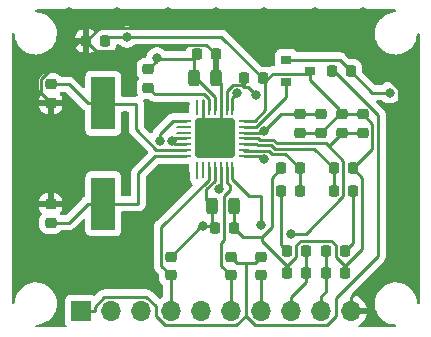
<source format=gtl>
%TF.GenerationSoftware,KiCad,Pcbnew,(5.99.0-8018-g9a0f685a75)*%
%TF.CreationDate,2021-08-15T15:04:04+09:30*%
%TF.ProjectId,MCP39F521_Breakout,4d435033-3946-4353-9231-5f427265616b,rev?*%
%TF.SameCoordinates,Original*%
%TF.FileFunction,Copper,L1,Top*%
%TF.FilePolarity,Positive*%
%FSLAX46Y46*%
G04 Gerber Fmt 4.6, Leading zero omitted, Abs format (unit mm)*
G04 Created by KiCad (PCBNEW (5.99.0-8018-g9a0f685a75)) date 2021-08-15 15:04:04*
%MOMM*%
%LPD*%
G01*
G04 APERTURE LIST*
G04 Aperture macros list*
%AMRoundRect*
0 Rectangle with rounded corners*
0 $1 Rounding radius*
0 $2 $3 $4 $5 $6 $7 $8 $9 X,Y pos of 4 corners*
0 Add a 4 corners polygon primitive as box body*
4,1,4,$2,$3,$4,$5,$6,$7,$8,$9,$2,$3,0*
0 Add four circle primitives for the rounded corners*
1,1,$1+$1,$2,$3,0*
1,1,$1+$1,$4,$5,0*
1,1,$1+$1,$6,$7,0*
1,1,$1+$1,$8,$9,0*
0 Add four rect primitives between the rounded corners*
20,1,$1+$1,$2,$3,$4,$5,0*
20,1,$1+$1,$4,$5,$6,$7,0*
20,1,$1+$1,$6,$7,$8,$9,0*
20,1,$1+$1,$8,$9,$2,$3,0*%
G04 Aperture macros list end*
%TA.AperFunction,SMDPad,CuDef*%
%ADD10RoundRect,0.218750X-0.218750X-0.256250X0.218750X-0.256250X0.218750X0.256250X-0.218750X0.256250X0*%
%TD*%
%TA.AperFunction,SMDPad,CuDef*%
%ADD11RoundRect,0.218750X0.256250X-0.218750X0.256250X0.218750X-0.256250X0.218750X-0.256250X-0.218750X0*%
%TD*%
%TA.AperFunction,SMDPad,CuDef*%
%ADD12RoundRect,0.218750X-0.256250X0.218750X-0.256250X-0.218750X0.256250X-0.218750X0.256250X0.218750X0*%
%TD*%
%TA.AperFunction,SMDPad,CuDef*%
%ADD13RoundRect,0.218750X0.218750X0.256250X-0.218750X0.256250X-0.218750X-0.256250X0.218750X-0.256250X0*%
%TD*%
%TA.AperFunction,SMDPad,CuDef*%
%ADD14R,2.000000X4.500000*%
%TD*%
%TA.AperFunction,SMDPad,CuDef*%
%ADD15RoundRect,0.243750X-0.243750X-0.456250X0.243750X-0.456250X0.243750X0.456250X-0.243750X0.456250X0*%
%TD*%
%TA.AperFunction,ComponentPad*%
%ADD16R,1.700000X1.700000*%
%TD*%
%TA.AperFunction,ComponentPad*%
%ADD17O,1.700000X1.700000*%
%TD*%
%TA.AperFunction,SMDPad,CuDef*%
%ADD18R,0.900000X0.800000*%
%TD*%
%TA.AperFunction,SMDPad,CuDef*%
%ADD19RoundRect,0.062500X-0.337500X-0.062500X0.337500X-0.062500X0.337500X0.062500X-0.337500X0.062500X0*%
%TD*%
%TA.AperFunction,SMDPad,CuDef*%
%ADD20RoundRect,0.062500X-0.062500X-0.337500X0.062500X-0.337500X0.062500X0.337500X-0.062500X0.337500X0*%
%TD*%
%TA.AperFunction,SMDPad,CuDef*%
%ADD21RoundRect,0.250000X-1.425000X-1.425000X1.425000X-1.425000X1.425000X1.425000X-1.425000X1.425000X0*%
%TD*%
%TA.AperFunction,ViaPad*%
%ADD22C,0.800000*%
%TD*%
%TA.AperFunction,Conductor*%
%ADD23C,0.200000*%
%TD*%
%TA.AperFunction,Conductor*%
%ADD24C,0.250000*%
%TD*%
G04 APERTURE END LIST*
D10*
%TO.P,R4,1*%
%TO.N,/I1-*%
X142087500Y-112395000D03*
%TO.P,R4,2*%
%TO.N,Net-(L2-Pad1)*%
X143662500Y-112395000D03*
%TD*%
%TO.P,R7,1*%
%TO.N,+3V3*%
X141934500Y-102235000D03*
%TO.P,R7,2*%
%TO.N,+3.3VA*%
X143509500Y-102235000D03*
%TD*%
D11*
%TO.P,R1,1*%
%TO.N,VN*%
X142748000Y-107467500D03*
%TO.P,R1,2*%
%TO.N,GNDA*%
X142748000Y-105892500D03*
%TD*%
D12*
%TO.P,R5,1*%
%TO.N,+3.3VA*%
X128270000Y-117957500D03*
%TO.P,R5,2*%
%TO.N,~RESET*%
X128270000Y-119532500D03*
%TD*%
D10*
%TO.P,R12,1*%
%TO.N,GNDA*%
X138150500Y-119380000D03*
%TO.P,R12,2*%
%TO.N,IP*%
X139725500Y-119380000D03*
%TD*%
%TO.P,C5,1*%
%TO.N,+3.3VA*%
X132054500Y-115570000D03*
%TO.P,C5,2*%
%TO.N,GNDA*%
X133629500Y-115570000D03*
%TD*%
D13*
%TO.P,L2,1*%
%TO.N,Net-(L2-Pad1)*%
X143027500Y-117475000D03*
%TO.P,L2,2*%
%TO.N,IN*%
X141452500Y-117475000D03*
%TD*%
D14*
%TO.P,Y1,1,1*%
%TO.N,Net-(C10-Pad1)*%
X122555000Y-113470000D03*
%TO.P,Y1,2,2*%
%TO.N,Net-(C9-Pad1)*%
X122555000Y-104970000D03*
%TD*%
D10*
%TO.P,R6,1*%
%TO.N,GNDD*%
X121132500Y-99695000D03*
%TO.P,R6,2*%
%TO.N,GNDA*%
X122707500Y-99695000D03*
%TD*%
%TO.P,C8,1*%
%TO.N,+3V3*%
X130530500Y-100838000D03*
%TO.P,C8,2*%
%TO.N,GNDD*%
X132105500Y-100838000D03*
%TD*%
D11*
%TO.P,C2,1*%
%TO.N,GNDA*%
X140970000Y-107467500D03*
%TO.P,C2,2*%
%TO.N,VP*%
X140970000Y-105892500D03*
%TD*%
D13*
%TO.P,C3,1*%
%TO.N,/I1+*%
X139217500Y-110490000D03*
%TO.P,C3,2*%
%TO.N,GNDA*%
X137642500Y-110490000D03*
%TD*%
D15*
%TO.P,C7,1*%
%TO.N,+3V3*%
X130204500Y-102870000D03*
%TO.P,C7,2*%
%TO.N,GNDD*%
X132079500Y-102870000D03*
%TD*%
D12*
%TO.P,R9,1*%
%TO.N,+3V3*%
X133350000Y-117957500D03*
%TO.P,R9,2*%
%TO.N,SCL*%
X133350000Y-119532500D03*
%TD*%
D16*
%TO.P,J11,1,Pin_1*%
%TO.N,+3V3*%
X120650000Y-122555000D03*
D17*
%TO.P,J11,2,Pin_2*%
%TO.N,VP*%
X123190000Y-122555000D03*
%TO.P,J11,3,Pin_3*%
%TO.N,VN*%
X125730000Y-122555000D03*
%TO.P,J11,4,Pin_4*%
%TO.N,~RESET*%
X128270000Y-122555000D03*
%TO.P,J11,5,Pin_5*%
%TO.N,EVENT*%
X130810000Y-122555000D03*
%TO.P,J11,6,Pin_6*%
%TO.N,SCL*%
X133350000Y-122555000D03*
%TO.P,J11,7,Pin_7*%
%TO.N,SDA*%
X135890000Y-122555000D03*
%TO.P,J11,8,Pin_8*%
%TO.N,IP*%
X138430000Y-122555000D03*
%TO.P,J11,9,Pin_9*%
%TO.N,IN*%
X140970000Y-122555000D03*
%TO.P,J11,10,Pin_10*%
%TO.N,GNDD*%
X143510000Y-122555000D03*
%TD*%
D10*
%TO.P,R11,1*%
%TO.N,IN*%
X141452500Y-119380000D03*
%TO.P,R11,2*%
%TO.N,GNDA*%
X143027500Y-119380000D03*
%TD*%
D18*
%TO.P,U2,1,Vdd*%
%TO.N,+3.3VA*%
X138065000Y-101285000D03*
%TO.P,U2,2,Vout*%
%TO.N,Net-(U1-Pad20)*%
X138065000Y-103185000D03*
%TO.P,U2,3,GND*%
%TO.N,GNDA*%
X140065000Y-102235000D03*
%TD*%
D12*
%TO.P,R10,1*%
%TO.N,+3V3*%
X135890000Y-117957500D03*
%TO.P,R10,2*%
%TO.N,SDA*%
X135890000Y-119532500D03*
%TD*%
%TO.P,C9,1*%
%TO.N,Net-(C9-Pad1)*%
X118110000Y-103352500D03*
%TO.P,C9,2*%
%TO.N,GNDD*%
X118110000Y-104927500D03*
%TD*%
D11*
%TO.P,R2,1*%
%TO.N,GNDA*%
X139192000Y-107467500D03*
%TO.P,R2,2*%
%TO.N,VP*%
X139192000Y-105892500D03*
%TD*%
D15*
%TO.P,C6,1*%
%TO.N,+3.3VA*%
X131777500Y-113665000D03*
%TO.P,C6,2*%
%TO.N,GNDA*%
X133652500Y-113665000D03*
%TD*%
D13*
%TO.P,C4,1*%
%TO.N,GNDA*%
X143662500Y-110490000D03*
%TO.P,C4,2*%
%TO.N,/I1-*%
X142087500Y-110490000D03*
%TD*%
D10*
%TO.P,L1,1*%
%TO.N,Net-(L1-Pad1)*%
X138124500Y-117475000D03*
%TO.P,L1,2*%
%TO.N,IP*%
X139699500Y-117475000D03*
%TD*%
D11*
%TO.P,C10,1*%
%TO.N,Net-(C10-Pad1)*%
X118110000Y-115087500D03*
%TO.P,C10,2*%
%TO.N,GNDD*%
X118110000Y-113512500D03*
%TD*%
%TO.P,C1,1*%
%TO.N,VN*%
X144526000Y-107467500D03*
%TO.P,C1,2*%
%TO.N,GNDA*%
X144526000Y-105892500D03*
%TD*%
D13*
%TO.P,R3,1*%
%TO.N,/I1+*%
X139217500Y-112395000D03*
%TO.P,R3,2*%
%TO.N,Net-(L1-Pad1)*%
X137642500Y-112395000D03*
%TD*%
D12*
%TO.P,R8,1*%
%TO.N,+3V3*%
X126365000Y-102082500D03*
%TO.P,R8,2*%
%TO.N,/MCP_MCLR*%
X126365000Y-103657500D03*
%TD*%
D19*
%TO.P,U1,1,EVENT*%
%TO.N,EVENT*%
X129540000Y-106450000D03*
%TO.P,U1,2*%
%TO.N,N/C*%
X129540000Y-106950000D03*
%TO.P,U1,3*%
X129540000Y-107450000D03*
%TO.P,U1,4,COMMON_B*%
%TO.N,Net-(J5-Pad1)*%
X129540000Y-107950000D03*
%TO.P,U1,5,COMMON_A*%
X129540000Y-108450000D03*
%TO.P,U1,6,OSCI*%
%TO.N,Net-(C9-Pad1)*%
X129540000Y-108950000D03*
%TO.P,U1,7,OSCO*%
%TO.N,Net-(C10-Pad1)*%
X129540000Y-109450000D03*
D20*
%TO.P,U1,8*%
%TO.N,N/C*%
X130490000Y-110400000D03*
%TO.P,U1,9*%
X130990000Y-110400000D03*
%TO.P,U1,10,RESET\u005C*%
%TO.N,~RESET*%
X131490000Y-110400000D03*
%TO.P,U1,11,AVDD*%
%TO.N,+3.3VA*%
X131990000Y-110400000D03*
%TO.P,U1,12,A0*%
%TO.N,/A0*%
X132490000Y-110400000D03*
%TO.P,U1,13,SCL*%
%TO.N,SCL*%
X132990000Y-110400000D03*
%TO.P,U1,14,SDA*%
%TO.N,SDA*%
X133490000Y-110400000D03*
D19*
%TO.P,U1,15,A1*%
%TO.N,/A1*%
X134440000Y-109450000D03*
%TO.P,U1,16,I1+*%
%TO.N,/I1+*%
X134440000Y-108950000D03*
%TO.P,U1,17,I1-*%
%TO.N,/I1-*%
X134440000Y-108450000D03*
%TO.P,U1,18,V1-*%
%TO.N,VN*%
X134440000Y-107950000D03*
%TO.P,U1,19,V1+*%
%TO.N,VP*%
X134440000Y-107450000D03*
%TO.P,U1,20,AN_IN*%
%TO.N,Net-(U1-Pad20)*%
X134440000Y-106950000D03*
%TO.P,U1,21,AGND*%
%TO.N,GNDA*%
X134440000Y-106450000D03*
D20*
%TO.P,U1,22,ZCD*%
%TO.N,Net-(J4-Pad1)*%
X133490000Y-105500000D03*
%TO.P,U1,23,REFIN/OUT+*%
%TO.N,/REF_IN*%
X132990000Y-105500000D03*
%TO.P,U1,24,DGND*%
%TO.N,GNDD*%
X132490000Y-105500000D03*
%TO.P,U1,25,DVDD*%
%TO.N,+3V3*%
X131990000Y-105500000D03*
%TO.P,U1,26,MCLR\u005C*%
%TO.N,/MCP_MCLR*%
X131490000Y-105500000D03*
%TO.P,U1,27,DGND*%
%TO.N,GNDD*%
X130990000Y-105500000D03*
%TO.P,U1,28*%
%TO.N,N/C*%
X130490000Y-105500000D03*
D21*
%TO.P,U1,29,PAD*%
%TO.N,GNDD*%
X131990000Y-107950000D03*
%TD*%
D13*
%TO.P,C11,1*%
%TO.N,GNDA*%
X136042500Y-102870000D03*
%TO.P,C11,2*%
%TO.N,/REF_IN*%
X134467500Y-102870000D03*
%TD*%
D22*
%TO.N,VN*%
X138450300Y-116044200D03*
%TO.N,VP*%
X136141820Y-107346649D03*
%TO.N,EVENT*%
X127349965Y-108162235D03*
%TO.N,SDA*%
X135890000Y-115301000D03*
%TO.N,Net-(J4-Pad1)*%
X133858000Y-104140000D03*
%TO.N,/REF_IN*%
X135520200Y-104246900D03*
%TO.N,GNDD*%
X132080000Y-97282000D03*
X148844000Y-114554000D03*
X115316000Y-114554000D03*
X131990000Y-107950000D03*
X131064000Y-108966000D03*
X133096000Y-108966000D03*
X115316000Y-102108000D03*
X115316000Y-106172000D03*
X148844000Y-102108000D03*
X131064000Y-106934000D03*
X140462000Y-97282000D03*
X128016000Y-97282000D03*
X127508000Y-105664000D03*
X148844000Y-106172000D03*
X148844000Y-118618000D03*
X133096000Y-106934000D03*
X115316000Y-110236000D03*
X124714000Y-102362000D03*
X144526000Y-97282000D03*
X115316000Y-118618000D03*
X123698000Y-97282000D03*
X136144000Y-97282000D03*
X119634000Y-97282000D03*
X148844000Y-110236000D03*
%TO.N,GNDA*%
X124566800Y-99341100D03*
%TO.N,+3V3*%
X127095900Y-101135100D03*
%TO.N,+3.3VA*%
X131015300Y-115380100D03*
X146812000Y-104057500D03*
%TO.N,/A0*%
X132390395Y-112188391D03*
%TO.N,/A1*%
X136144000Y-109696683D03*
%TO.N,Net-(J5-Pad1)*%
X128349971Y-108165746D03*
%TD*%
D23*
%TO.N,*%
X130490000Y-104709000D02*
X130490000Y-105500000D01*
X130490000Y-110400000D02*
X130490000Y-111313000D01*
X129540000Y-107450000D02*
X128786000Y-107450000D01*
X129540000Y-106950000D02*
X128794000Y-106950000D01*
X130990000Y-110400000D02*
X130990000Y-111178000D01*
D24*
%TO.N,VN*%
X134440000Y-107950000D02*
X135672167Y-107950000D01*
X141415076Y-108356976D02*
X141636800Y-108578700D01*
X135793818Y-108071651D02*
X136960476Y-108071651D01*
X142875000Y-109816900D02*
X142875000Y-112857300D01*
X141636800Y-108578700D02*
X142875000Y-109816900D01*
X135672167Y-107950000D02*
X135793818Y-108071651D01*
X141636800Y-108578700D02*
X142748000Y-107467500D01*
X142875000Y-112857300D02*
X139688100Y-116044200D01*
X136960476Y-108071651D02*
X137245801Y-108356976D01*
X142748000Y-107467500D02*
X144526000Y-107467500D01*
X139688100Y-116044200D02*
X138450300Y-116044200D01*
X137245801Y-108356976D02*
X141415076Y-108356976D01*
%TO.N,VP*%
X139192000Y-105892500D02*
X140970000Y-105892500D01*
X137595969Y-105892500D02*
X136141820Y-107346649D01*
X139192000Y-105892500D02*
X137595969Y-105892500D01*
X136038469Y-107450000D02*
X136141820Y-107346649D01*
X134440000Y-107450000D02*
X136038469Y-107450000D01*
%TO.N,IN*%
X140970000Y-122555000D02*
X140970000Y-121379700D01*
X140970000Y-121379700D02*
X141452500Y-120897200D01*
X141452500Y-120897200D02*
X141452500Y-119380000D01*
X141452500Y-119380000D02*
X141452500Y-117475000D01*
%TO.N,Net-(L2-Pad1)*%
X143027500Y-117475000D02*
X143662500Y-116840000D01*
X143662500Y-116840000D02*
X143662500Y-112395000D01*
%TO.N,IP*%
X139725500Y-117501000D02*
X139725500Y-119380000D01*
X139725500Y-119380000D02*
X139725500Y-120084200D01*
X138430000Y-122555000D02*
X138430000Y-121379700D01*
X139725500Y-120084200D02*
X138430000Y-121379700D01*
%TO.N,Net-(L1-Pad1)*%
X138124500Y-117475000D02*
X137642500Y-116993000D01*
X137642500Y-116993000D02*
X137642500Y-112395000D01*
%TO.N,Net-(U1-Pad20)*%
X138065000Y-103185000D02*
X138065000Y-104398150D01*
X138065000Y-104398150D02*
X135513150Y-106950000D01*
X135513150Y-106950000D02*
X134440000Y-106950000D01*
%TO.N,Net-(C9-Pad1)*%
X119612200Y-103352500D02*
X121229700Y-104970000D01*
X125349000Y-107186590D02*
X127059401Y-108896991D01*
X127112410Y-108950000D02*
X129540000Y-108950000D01*
X122614000Y-105029000D02*
X125349000Y-105029000D01*
X125349000Y-105029000D02*
X125349000Y-107186590D01*
X118110000Y-103352500D02*
X119612200Y-103352500D01*
X121892400Y-104970000D02*
X121229700Y-104970000D01*
X127059401Y-108896991D02*
X127112410Y-108950000D01*
%TO.N,Net-(C10-Pad1)*%
X121229700Y-113470000D02*
X125520000Y-113470000D01*
X118110000Y-115087500D02*
X119612200Y-115087500D01*
X129540000Y-109450000D02*
X126976000Y-109450000D01*
X119612200Y-115087500D02*
X121229700Y-113470000D01*
X125520000Y-110906000D02*
X125520000Y-113470000D01*
X126976000Y-109450000D02*
X125520000Y-110906000D01*
%TO.N,/I1+*%
X139217500Y-112395000D02*
X139217500Y-110490000D01*
X134461673Y-108971673D02*
X136583677Y-108971673D01*
X134440000Y-108950000D02*
X134461673Y-108971673D01*
X136583677Y-108971673D02*
X136869002Y-109256998D01*
X136869002Y-109256998D02*
X137984498Y-109256998D01*
X137984498Y-109256998D02*
X139217500Y-110490000D01*
%TO.N,EVENT*%
X128496515Y-106450000D02*
X127349965Y-107596550D01*
X129540000Y-106450000D02*
X128496515Y-106450000D01*
X127349965Y-107596550D02*
X127349965Y-108162235D01*
%TO.N,SDA*%
X133490000Y-110400000D02*
X133490000Y-111366000D01*
X135890000Y-122555000D02*
X135890000Y-119532500D01*
X133490000Y-111366000D02*
X134924000Y-112800000D01*
X135890000Y-112800000D02*
X135890000Y-115301000D01*
X134924000Y-112800000D02*
X135890000Y-112800000D01*
%TO.N,SCL*%
X133315631Y-111981041D02*
X132990000Y-111655410D01*
X132538700Y-116840100D02*
X132818300Y-116560500D01*
X132538700Y-118721200D02*
X132538700Y-116840100D01*
X132818300Y-116560500D02*
X132818300Y-112833490D01*
X132990000Y-111655410D02*
X132990000Y-110400000D01*
X132818300Y-112833490D02*
X133315631Y-112336159D01*
X133315631Y-112336159D02*
X133315631Y-111981041D01*
X133350000Y-122555000D02*
X133350000Y-119532500D01*
X133350000Y-119532500D02*
X132538700Y-118721200D01*
%TO.N,~RESET*%
X131490000Y-110400000D02*
X131490000Y-111427056D01*
X131490000Y-111427056D02*
X127458700Y-115458356D01*
X128270000Y-122555000D02*
X128270000Y-119532500D01*
X127458700Y-118721200D02*
X128270000Y-119532500D01*
X127458700Y-115458356D02*
X127458700Y-118721200D01*
%TO.N,Net-(J4-Pad1)*%
X133490000Y-105500000D02*
X133490000Y-104508000D01*
X133490000Y-104508000D02*
X133858000Y-104140000D01*
%TO.N,/I1-*%
X142087500Y-112395000D02*
X142087500Y-110490000D01*
X137059401Y-108806987D02*
X140404487Y-108806987D01*
X135607418Y-108521662D02*
X136774076Y-108521662D01*
X140404487Y-108806987D02*
X142087500Y-110490000D01*
X136774076Y-108521662D02*
X137059401Y-108806987D01*
X134440000Y-108450000D02*
X135535756Y-108450000D01*
X135535756Y-108450000D02*
X135607418Y-108521662D01*
%TO.N,/REF_IN*%
X133509998Y-103414998D02*
X132990000Y-103934996D01*
X134467500Y-102870000D02*
X134467500Y-103562200D01*
X134320298Y-103414998D02*
X134473100Y-103567800D01*
X134841100Y-103567800D02*
X134473100Y-103567800D01*
X135520200Y-104246900D02*
X134841100Y-103567800D01*
X132990000Y-103934996D02*
X132990000Y-105500000D01*
X134320298Y-103414998D02*
X133509998Y-103414998D01*
%TO.N,GNDD*%
X117285900Y-102925300D02*
X120516200Y-99695000D01*
X118110000Y-113512500D02*
X118110000Y-104927500D01*
X132490000Y-103280500D02*
X132079500Y-102870000D01*
X118110000Y-104927500D02*
X117285900Y-104103400D01*
X126056100Y-100003900D02*
X125519500Y-100540500D01*
X130990000Y-105500000D02*
X130990000Y-104701000D01*
X121978000Y-100540500D02*
X121132500Y-99695000D01*
X132105500Y-100838000D02*
X131271400Y-100003900D01*
X131271400Y-100003900D02*
X126056100Y-100003900D01*
X147574500Y-103758700D02*
X147574500Y-117315200D01*
X132490000Y-105500000D02*
X132490000Y-103280500D01*
X130990000Y-106950000D02*
X130990000Y-105500000D01*
X120516200Y-99695000D02*
X121132500Y-99695000D01*
X132105500Y-102844000D02*
X132105500Y-100838000D01*
X122246200Y-98581300D02*
X142397100Y-98581300D01*
X142397100Y-98581300D02*
X147574500Y-103758700D01*
X125519500Y-100540500D02*
X121978000Y-100540500D01*
X143510000Y-122555000D02*
X143510000Y-121379700D01*
X132490000Y-106450000D02*
X132490000Y-105500000D01*
X147574500Y-117315200D02*
X143510000Y-121379700D01*
X117285900Y-104103400D02*
X117285900Y-102925300D01*
X121132500Y-99695000D02*
X122246200Y-98581300D01*
%TO.N,GNDA*%
X142748000Y-105892500D02*
X144526000Y-105892500D01*
X136847400Y-115414900D02*
X135957300Y-116305000D01*
X140065000Y-102459900D02*
X140065000Y-102960300D01*
X140065000Y-102459600D02*
X136892700Y-102459600D01*
X134440000Y-106450000D02*
X135371150Y-106450000D01*
X145337100Y-106703600D02*
X145337100Y-108815400D01*
X139192000Y-107467500D02*
X140970000Y-107467500D01*
X135957300Y-116305000D02*
X134387500Y-116305000D01*
X142545000Y-105892500D02*
X140970000Y-107467500D01*
X137642500Y-110490000D02*
X136847400Y-111285100D01*
X142545000Y-105440300D02*
X140065000Y-102960300D01*
X133652500Y-115570000D02*
X133652500Y-113665000D01*
X124566800Y-99341100D02*
X132513600Y-99341100D01*
X134387500Y-116305000D02*
X133652500Y-115570000D01*
X138150500Y-118781300D02*
X138150500Y-119380000D01*
X135371150Y-106450000D02*
X136262400Y-105558750D01*
X138912000Y-116986300D02*
X138912000Y-118019800D01*
X136847400Y-111285100D02*
X136847400Y-115414900D01*
X144438600Y-111266100D02*
X143662500Y-110490000D01*
X141860700Y-116615800D02*
X139282500Y-116615800D01*
X145337100Y-108815400D02*
X143662500Y-110490000D01*
X142240000Y-117959200D02*
X142240000Y-116995100D01*
X132513600Y-99341100D02*
X136042500Y-102870000D01*
X143023600Y-118742800D02*
X144438600Y-117327800D01*
X144526000Y-105892500D02*
X145337100Y-106703600D01*
X136262400Y-105558750D02*
X136262400Y-103089900D01*
X143023600Y-118742800D02*
X142240000Y-117959200D01*
X136892700Y-102459600D02*
X136262400Y-103089900D01*
X138912000Y-118019800D02*
X138150500Y-118781300D01*
X123061400Y-99341100D02*
X124566800Y-99341100D01*
X138150500Y-118781300D02*
X135957300Y-116588100D01*
X143027500Y-119380000D02*
X143027500Y-118746700D01*
X142545000Y-105892500D02*
X142545000Y-105440300D01*
X135957300Y-116588100D02*
X135957300Y-116305000D01*
X139282500Y-116615800D02*
X138912000Y-116986300D01*
X144438600Y-117327800D02*
X144438600Y-111266100D01*
X122707500Y-99695000D02*
X123061400Y-99341100D01*
X143027500Y-118746700D02*
X143023600Y-118742800D01*
X142240000Y-116995100D02*
X141860700Y-116615800D01*
%TO.N,/MCP_MCLR*%
X131490000Y-105500000D02*
X131490000Y-104564590D01*
X131123401Y-104197991D02*
X126905491Y-104197991D01*
X131490000Y-104564590D02*
X131123401Y-104197991D01*
X126905491Y-104197991D02*
X126365000Y-103657500D01*
%TO.N,+3V3*%
X126213700Y-121367400D02*
X127000000Y-122153700D01*
X135371700Y-118475800D02*
X134620000Y-118475800D01*
X141490900Y-123756600D02*
X135415500Y-123756600D01*
X142273600Y-122973900D02*
X141490900Y-123756600D01*
X127000000Y-122949900D02*
X127796100Y-123746000D01*
X127095900Y-101207300D02*
X130204500Y-101207300D01*
X122645600Y-121367400D02*
X126213700Y-121367400D01*
X130530500Y-100838000D02*
X130204500Y-101164000D01*
X127000000Y-122153700D02*
X127000000Y-122949900D01*
X145837100Y-105939100D02*
X145837100Y-117892300D01*
X127095900Y-101135100D02*
X127095900Y-101207300D01*
X121825300Y-122555000D02*
X121825300Y-122187700D01*
X135415500Y-123756600D02*
X134620000Y-122961100D01*
X130430411Y-102870000D02*
X130431821Y-102870000D01*
X127095900Y-101351600D02*
X126365000Y-102082500D01*
X130431821Y-102870000D02*
X131990000Y-104428179D01*
X133868300Y-118475800D02*
X133350000Y-117957500D01*
X134620000Y-118475800D02*
X133868300Y-118475800D01*
X131990000Y-104428179D02*
X131990000Y-105500000D01*
X135890000Y-117957500D02*
X135371700Y-118475800D01*
X121825300Y-122187700D02*
X122645600Y-121367400D01*
X134620000Y-122961100D02*
X134620000Y-118475800D01*
X130204500Y-101207300D02*
X130204500Y-102870000D01*
X130204500Y-101164000D02*
X130204500Y-101207300D01*
X127095900Y-101207300D02*
X127095900Y-101351600D01*
X142133000Y-102235000D02*
X145837100Y-105939100D01*
X120650000Y-122555000D02*
X121825300Y-122555000D01*
X133835100Y-123746000D02*
X134620000Y-122961100D01*
X145837100Y-117892300D02*
X142273600Y-121455800D01*
X127796100Y-123746000D02*
X133835100Y-123746000D01*
X142273600Y-121455800D02*
X142273600Y-122973900D01*
%TO.N,+3.3VA*%
X131777500Y-113665000D02*
X131777500Y-115380100D01*
X131990000Y-110400000D02*
X131990000Y-111563467D01*
X143509500Y-102235000D02*
X145332000Y-104057500D01*
X130847400Y-115380100D02*
X131015300Y-115380100D01*
X145332000Y-104057500D02*
X146812000Y-104057500D01*
X131990000Y-111563467D02*
X131295185Y-112258282D01*
X128270000Y-117957500D02*
X130847400Y-115380100D01*
X131295185Y-113182685D02*
X131777500Y-113665000D01*
X138065000Y-101285000D02*
X142559500Y-101285000D01*
X142559500Y-101285000D02*
X143509500Y-102235000D01*
X131295185Y-112258282D02*
X131295185Y-113182685D01*
X131015300Y-115380100D02*
X131777500Y-115380100D01*
%TO.N,/A0*%
X132490000Y-112088786D02*
X132390395Y-112188391D01*
X132490000Y-110400000D02*
X132490000Y-112088786D01*
%TO.N,/A1*%
X134440000Y-109450000D02*
X135897317Y-109450000D01*
X135897317Y-109450000D02*
X136144000Y-109696683D01*
%TO.N,Net-(J5-Pad1)*%
X129540000Y-108450000D02*
X128634225Y-108450000D01*
X129540000Y-107950000D02*
X128565717Y-107950000D01*
X128634225Y-108450000D02*
X128349971Y-108165746D01*
X128565717Y-107950000D02*
X128349971Y-108165746D01*
%TD*%
%TA.AperFunction,Conductor*%
%TO.N,GNDD*%
G36*
X147259160Y-97029782D02*
G01*
X147263413Y-97030505D01*
X147327218Y-97061641D01*
X147364061Y-97122329D01*
X147362244Y-97193303D01*
X147322345Y-97252027D01*
X147257031Y-97279858D01*
X147240647Y-97280712D01*
X147215828Y-97280387D01*
X147215825Y-97280387D01*
X147211150Y-97280326D01*
X146949293Y-97315963D01*
X146944807Y-97317271D01*
X146944805Y-97317271D01*
X146909069Y-97327687D01*
X146695580Y-97389913D01*
X146455584Y-97500553D01*
X146451675Y-97503116D01*
X146238491Y-97642885D01*
X146238486Y-97642889D01*
X146234578Y-97645451D01*
X146231086Y-97648568D01*
X146051399Y-97808945D01*
X146037417Y-97821424D01*
X146006090Y-97859091D01*
X145880126Y-98010547D01*
X145868432Y-98024607D01*
X145731335Y-98250535D01*
X145729526Y-98254849D01*
X145729524Y-98254853D01*
X145654412Y-98433976D01*
X145629139Y-98494246D01*
X145564088Y-98750385D01*
X145537611Y-99013327D01*
X145537835Y-99017993D01*
X145537835Y-99017998D01*
X145542046Y-99105649D01*
X145543832Y-99142836D01*
X145550290Y-99277293D01*
X145601847Y-99536486D01*
X145691148Y-99785211D01*
X145816233Y-100018005D01*
X145819028Y-100021748D01*
X145819030Y-100021751D01*
X145971561Y-100226015D01*
X145971566Y-100226021D01*
X145974353Y-100229753D01*
X145977662Y-100233033D01*
X145977667Y-100233039D01*
X146124535Y-100378631D01*
X146162034Y-100415804D01*
X146165796Y-100418562D01*
X146165799Y-100418565D01*
X146367714Y-100566615D01*
X146375154Y-100572070D01*
X146379297Y-100574250D01*
X146379299Y-100574251D01*
X146604880Y-100692935D01*
X146604885Y-100692937D01*
X146609030Y-100695118D01*
X146613453Y-100696663D01*
X146613454Y-100696663D01*
X146777376Y-100753907D01*
X146858526Y-100782246D01*
X146863119Y-100783118D01*
X147113570Y-100830668D01*
X147113573Y-100830668D01*
X147118159Y-100831539D01*
X147243654Y-100836470D01*
X147377558Y-100841731D01*
X147377563Y-100841731D01*
X147382226Y-100841914D01*
X147484914Y-100830668D01*
X147640273Y-100813654D01*
X147640279Y-100813653D01*
X147644926Y-100813144D01*
X147649780Y-100811866D01*
X147895965Y-100747051D01*
X147895967Y-100747050D01*
X147900488Y-100745860D01*
X147913360Y-100740330D01*
X148139004Y-100643385D01*
X148139006Y-100643384D01*
X148143298Y-100641540D01*
X148311286Y-100537586D01*
X148364038Y-100504942D01*
X148364040Y-100504940D01*
X148368021Y-100502477D01*
X148380337Y-100492051D01*
X148566148Y-100334751D01*
X148566150Y-100334749D01*
X148569721Y-100331726D01*
X148743967Y-100133036D01*
X148752543Y-100119704D01*
X148884403Y-99914704D01*
X148886931Y-99910774D01*
X148995472Y-99669822D01*
X149034368Y-99531909D01*
X149065936Y-99419977D01*
X149065937Y-99419974D01*
X149067206Y-99415473D01*
X149071016Y-99385529D01*
X149100158Y-99156446D01*
X149100158Y-99156440D01*
X149100556Y-99153315D01*
X149100559Y-99153203D01*
X149125506Y-99087313D01*
X149182552Y-99045048D01*
X149253392Y-99040333D01*
X149315535Y-99074666D01*
X149349251Y-99137146D01*
X149352000Y-99163320D01*
X149352000Y-121838043D01*
X149350218Y-121859157D01*
X149348310Y-121870382D01*
X149317176Y-121934188D01*
X149256488Y-121971032D01*
X149185514Y-121969217D01*
X149126789Y-121929319D01*
X149098439Y-121858606D01*
X149083763Y-121661122D01*
X149083761Y-121661105D01*
X149083415Y-121656456D01*
X149025091Y-121398701D01*
X149020549Y-121387020D01*
X148931003Y-121156752D01*
X148931002Y-121156749D01*
X148929310Y-121152399D01*
X148798174Y-120922959D01*
X148689769Y-120785449D01*
X148637457Y-120719091D01*
X148637454Y-120719088D01*
X148634565Y-120715423D01*
X148442078Y-120534349D01*
X148270740Y-120415487D01*
X148228783Y-120386380D01*
X148228780Y-120386378D01*
X148224941Y-120383715D01*
X148220748Y-120381647D01*
X147992112Y-120268896D01*
X147992109Y-120268895D01*
X147987924Y-120266831D01*
X147941199Y-120251874D01*
X147844005Y-120220762D01*
X147736233Y-120186264D01*
X147593236Y-120162976D01*
X147480011Y-120144536D01*
X147480010Y-120144536D01*
X147475399Y-120143785D01*
X147343275Y-120142056D01*
X147215827Y-120140387D01*
X147215824Y-120140387D01*
X147211150Y-120140326D01*
X146949293Y-120175963D01*
X146944807Y-120177271D01*
X146944805Y-120177271D01*
X146909069Y-120187687D01*
X146695580Y-120249913D01*
X146691327Y-120251873D01*
X146691326Y-120251874D01*
X146661969Y-120265408D01*
X146455584Y-120360553D01*
X146451675Y-120363116D01*
X146238491Y-120502885D01*
X146238486Y-120502889D01*
X146234578Y-120505451D01*
X146037417Y-120681424D01*
X145919940Y-120822675D01*
X145874478Y-120877338D01*
X145868432Y-120884607D01*
X145851934Y-120911794D01*
X145769034Y-121048410D01*
X145731335Y-121110535D01*
X145729526Y-121114849D01*
X145729524Y-121114853D01*
X145652258Y-121299112D01*
X145629139Y-121354246D01*
X145564088Y-121610385D01*
X145537611Y-121873327D01*
X145537835Y-121877993D01*
X145537835Y-121877998D01*
X145540534Y-121934188D01*
X145543832Y-122002836D01*
X145550290Y-122137293D01*
X145601847Y-122396486D01*
X145691148Y-122645211D01*
X145816233Y-122878005D01*
X145819028Y-122881748D01*
X145819030Y-122881751D01*
X145971561Y-123086015D01*
X145971566Y-123086021D01*
X145974353Y-123089753D01*
X145977662Y-123093033D01*
X145977667Y-123093039D01*
X146126792Y-123240868D01*
X146162034Y-123275804D01*
X146165796Y-123278562D01*
X146165799Y-123278565D01*
X146352705Y-123415610D01*
X146375154Y-123432070D01*
X146379297Y-123434250D01*
X146379299Y-123434251D01*
X146604880Y-123552935D01*
X146604885Y-123552937D01*
X146609030Y-123555118D01*
X146613453Y-123556663D01*
X146613454Y-123556663D01*
X146847556Y-123638415D01*
X146858526Y-123642246D01*
X146863119Y-123643118D01*
X147113570Y-123690668D01*
X147113573Y-123690668D01*
X147118159Y-123691539D01*
X147262916Y-123697226D01*
X147330198Y-123719887D01*
X147374549Y-123775326D01*
X147381886Y-123845943D01*
X147349881Y-123909316D01*
X147288694Y-123945325D01*
X147277569Y-123947595D01*
X147259337Y-123950466D01*
X147239737Y-123952000D01*
X144284017Y-123952000D01*
X144215896Y-123931998D01*
X144169403Y-123878342D01*
X144159299Y-123808068D01*
X144188793Y-123743488D01*
X144210759Y-123723485D01*
X144389041Y-123596083D01*
X144397149Y-123589182D01*
X144551893Y-123433082D01*
X144558706Y-123424933D01*
X144684940Y-123244988D01*
X144690295Y-123235787D01*
X144784399Y-123037156D01*
X144788123Y-123027197D01*
X144845968Y-122820718D01*
X144844430Y-122812351D01*
X144832137Y-122809000D01*
X143382000Y-122808999D01*
X143313879Y-122788997D01*
X143267386Y-122735341D01*
X143256000Y-122682999D01*
X143256001Y-122427000D01*
X143276003Y-122358879D01*
X143329659Y-122312386D01*
X143382001Y-122301000D01*
X144829079Y-122301001D01*
X144842610Y-122297028D01*
X144843876Y-122288219D01*
X144796954Y-122107433D01*
X144793419Y-122097395D01*
X144703147Y-121896998D01*
X144697967Y-121887692D01*
X144575218Y-121705366D01*
X144568557Y-121697080D01*
X144416830Y-121538030D01*
X144408873Y-121530990D01*
X144232523Y-121399782D01*
X144223486Y-121394178D01*
X144027550Y-121294559D01*
X144017699Y-121290559D01*
X143807779Y-121225378D01*
X143797395Y-121223095D01*
X143701466Y-121210380D01*
X143636564Y-121181600D01*
X143597524Y-121122301D01*
X143596742Y-121051308D01*
X143628927Y-120996377D01*
X146229613Y-118395691D01*
X146237701Y-118388331D01*
X146244095Y-118384273D01*
X146289970Y-118335421D01*
X146292724Y-118332580D01*
X146313037Y-118312267D01*
X146315681Y-118308859D01*
X146323386Y-118299837D01*
X146348234Y-118273377D01*
X146348237Y-118273373D01*
X146353657Y-118267601D01*
X146357473Y-118260661D01*
X146357476Y-118260656D01*
X146363419Y-118249846D01*
X146374271Y-118233326D01*
X146381821Y-118223592D01*
X146386683Y-118217324D01*
X146404239Y-118176754D01*
X146409462Y-118166092D01*
X146426943Y-118134295D01*
X146426943Y-118134294D01*
X146430762Y-118127348D01*
X146435802Y-118107717D01*
X146442201Y-118089029D01*
X146450247Y-118070436D01*
X146457163Y-118026772D01*
X146459570Y-118015151D01*
X146469087Y-117978082D01*
X146469087Y-117978081D01*
X146470565Y-117972325D01*
X146470600Y-117971769D01*
X146470600Y-117951847D01*
X146472151Y-117932136D01*
X146473742Y-117922094D01*
X146475284Y-117912356D01*
X146471159Y-117868717D01*
X146470600Y-117856860D01*
X146470600Y-106017483D01*
X146471114Y-106006579D01*
X146472766Y-105999188D01*
X146470662Y-105932246D01*
X146470600Y-105928289D01*
X146470600Y-105899522D01*
X146470059Y-105895237D01*
X146469126Y-105883396D01*
X146468800Y-105873000D01*
X146467738Y-105839216D01*
X146465528Y-105831608D01*
X146465527Y-105831603D01*
X146462087Y-105819761D01*
X146458079Y-105800407D01*
X146456534Y-105788179D01*
X146455540Y-105780312D01*
X146452623Y-105772944D01*
X146452621Y-105772937D01*
X146439263Y-105739199D01*
X146435418Y-105727969D01*
X146425297Y-105693131D01*
X146425296Y-105693130D01*
X146423086Y-105685521D01*
X146412776Y-105668088D01*
X146404082Y-105650341D01*
X146396622Y-105631500D01*
X146370633Y-105595729D01*
X146364117Y-105585810D01*
X146341613Y-105547758D01*
X146341244Y-105547340D01*
X146327162Y-105533258D01*
X146314328Y-105518233D01*
X146302546Y-105502017D01*
X146268765Y-105474071D01*
X146259986Y-105466082D01*
X145699999Y-104906095D01*
X145665973Y-104843783D01*
X145671038Y-104772968D01*
X145713585Y-104716132D01*
X145780105Y-104691321D01*
X145789094Y-104691000D01*
X146103806Y-104691000D01*
X146171927Y-104711002D01*
X146191151Y-104727342D01*
X146191425Y-104727038D01*
X146196327Y-104731452D01*
X146200749Y-104736363D01*
X146206091Y-104740244D01*
X146206093Y-104740246D01*
X146349908Y-104844733D01*
X146355250Y-104848614D01*
X146361278Y-104851298D01*
X146361280Y-104851299D01*
X146517499Y-104920852D01*
X146529713Y-104926290D01*
X146623113Y-104946143D01*
X146710056Y-104964624D01*
X146710061Y-104964624D01*
X146716513Y-104965996D01*
X146907487Y-104965996D01*
X146913939Y-104964624D01*
X146913944Y-104964624D01*
X147000887Y-104946143D01*
X147094287Y-104926290D01*
X147106501Y-104920852D01*
X147262720Y-104851299D01*
X147262722Y-104851298D01*
X147268750Y-104848614D01*
X147274092Y-104844733D01*
X147417907Y-104740246D01*
X147417909Y-104740244D01*
X147423251Y-104736363D01*
X147468825Y-104685748D01*
X147546618Y-104599350D01*
X147546619Y-104599349D01*
X147551037Y-104594442D01*
X147646524Y-104429054D01*
X147681359Y-104321842D01*
X147703498Y-104253706D01*
X147703498Y-104253705D01*
X147705538Y-104247427D01*
X147725500Y-104057500D01*
X147720621Y-104011080D01*
X147706228Y-103874137D01*
X147706228Y-103874136D01*
X147705538Y-103867573D01*
X147701625Y-103855528D01*
X147653178Y-103706424D01*
X147646524Y-103685946D01*
X147551037Y-103520558D01*
X147476433Y-103437701D01*
X147427673Y-103383548D01*
X147427672Y-103383547D01*
X147423251Y-103378637D01*
X147417909Y-103374756D01*
X147417907Y-103374754D01*
X147274092Y-103270267D01*
X147274091Y-103270266D01*
X147268750Y-103266386D01*
X147262722Y-103263702D01*
X147262720Y-103263701D01*
X147100318Y-103191395D01*
X147100317Y-103191395D01*
X147094287Y-103188710D01*
X146986143Y-103165723D01*
X146913944Y-103150376D01*
X146913939Y-103150376D01*
X146907487Y-103149004D01*
X146716513Y-103149004D01*
X146710061Y-103150376D01*
X146710056Y-103150376D01*
X146637857Y-103165723D01*
X146529713Y-103188710D01*
X146523683Y-103191395D01*
X146523682Y-103191395D01*
X146361280Y-103263701D01*
X146361278Y-103263702D01*
X146355250Y-103266386D01*
X146349909Y-103270266D01*
X146349908Y-103270267D01*
X146206093Y-103374754D01*
X146206091Y-103374756D01*
X146200749Y-103378637D01*
X146196328Y-103383547D01*
X146191425Y-103387962D01*
X146190299Y-103386711D01*
X146137000Y-103419549D01*
X146103806Y-103424000D01*
X145646595Y-103424000D01*
X145578474Y-103403998D01*
X145557500Y-103387095D01*
X144492405Y-102322001D01*
X144458380Y-102259689D01*
X144455500Y-102232906D01*
X144455500Y-101935865D01*
X144444163Y-101838622D01*
X144441708Y-101817568D01*
X144441708Y-101817567D01*
X144440860Y-101810296D01*
X144434144Y-101791792D01*
X144385491Y-101657757D01*
X144382994Y-101650878D01*
X144290007Y-101509049D01*
X144166885Y-101392414D01*
X144020234Y-101307233D01*
X143857920Y-101258073D01*
X143851480Y-101257498D01*
X143851479Y-101257498D01*
X143787066Y-101251749D01*
X143787060Y-101251749D01*
X143784273Y-101251500D01*
X143474094Y-101251500D01*
X143405973Y-101231498D01*
X143384999Y-101214595D01*
X143062891Y-100892487D01*
X143055531Y-100884399D01*
X143051473Y-100878005D01*
X143002621Y-100832130D01*
X142999780Y-100829376D01*
X142979466Y-100809062D01*
X142976055Y-100806417D01*
X142967033Y-100798711D01*
X142940577Y-100773867D01*
X142934801Y-100768443D01*
X142927857Y-100764626D01*
X142927855Y-100764624D01*
X142917047Y-100758682D01*
X142900523Y-100747828D01*
X142890786Y-100740275D01*
X142890785Y-100740275D01*
X142884523Y-100735417D01*
X142877250Y-100732270D01*
X142877247Y-100732268D01*
X142856835Y-100723435D01*
X142843958Y-100717863D01*
X142833300Y-100712642D01*
X142801494Y-100695156D01*
X142801490Y-100695154D01*
X142794548Y-100691338D01*
X142786873Y-100689368D01*
X142786872Y-100689367D01*
X142774926Y-100686300D01*
X142756219Y-100679895D01*
X142744910Y-100675001D01*
X142744908Y-100675001D01*
X142737635Y-100671853D01*
X142729807Y-100670613D01*
X142729806Y-100670613D01*
X142693973Y-100664938D01*
X142682348Y-100662530D01*
X142645282Y-100653013D01*
X142645280Y-100653013D01*
X142639525Y-100651535D01*
X142638969Y-100651500D01*
X142619046Y-100651500D01*
X142599337Y-100649949D01*
X142579555Y-100646816D01*
X142571663Y-100647562D01*
X142535918Y-100650941D01*
X142524060Y-100651500D01*
X139037925Y-100651500D01*
X138969804Y-100631498D01*
X138931927Y-100593620D01*
X138907951Y-100556312D01*
X138907948Y-100556309D01*
X138903077Y-100548729D01*
X138893998Y-100540862D01*
X138799431Y-100458918D01*
X138799428Y-100458916D01*
X138792619Y-100453016D01*
X138715735Y-100417904D01*
X138667864Y-100396042D01*
X138667863Y-100396042D01*
X138659670Y-100392300D01*
X138650755Y-100391018D01*
X138650754Y-100391018D01*
X138519448Y-100372139D01*
X138519441Y-100372138D01*
X138515000Y-100371500D01*
X137615000Y-100371500D01*
X137541921Y-100376727D01*
X137488884Y-100392300D01*
X137410330Y-100415365D01*
X137410328Y-100415366D01*
X137401684Y-100417904D01*
X137394105Y-100422775D01*
X137286309Y-100492051D01*
X137286306Y-100492053D01*
X137278729Y-100496923D01*
X137272828Y-100503733D01*
X137188918Y-100600569D01*
X137188916Y-100600572D01*
X137183016Y-100607381D01*
X137179272Y-100615579D01*
X137153573Y-100671853D01*
X137122300Y-100740330D01*
X137121018Y-100749245D01*
X137121018Y-100749246D01*
X137102139Y-100880552D01*
X137102138Y-100880559D01*
X137101500Y-100885000D01*
X137101500Y-101685000D01*
X137101661Y-101687247D01*
X137101661Y-101687255D01*
X137101937Y-101691113D01*
X137086845Y-101760487D01*
X137036642Y-101810688D01*
X136976258Y-101826100D01*
X136971083Y-101826100D01*
X136960179Y-101825586D01*
X136952788Y-101823934D01*
X136944863Y-101824183D01*
X136944862Y-101824183D01*
X136885847Y-101826038D01*
X136881889Y-101826100D01*
X136853122Y-101826100D01*
X136849198Y-101826596D01*
X136849196Y-101826596D01*
X136848848Y-101826640D01*
X136837002Y-101827573D01*
X136792817Y-101828962D01*
X136773361Y-101834614D01*
X136754021Y-101838619D01*
X136733912Y-101841160D01*
X136726540Y-101844079D01*
X136726535Y-101844080D01*
X136692801Y-101857436D01*
X136681572Y-101861281D01*
X136669243Y-101864863D01*
X136639121Y-101873614D01*
X136621688Y-101883924D01*
X136603941Y-101892618D01*
X136585100Y-101900078D01*
X136578685Y-101904739D01*
X136572138Y-101908338D01*
X136502807Y-101923627D01*
X136474918Y-101918514D01*
X136390920Y-101893073D01*
X136384484Y-101892499D01*
X136384481Y-101892498D01*
X136320066Y-101886749D01*
X136320060Y-101886749D01*
X136317273Y-101886500D01*
X136007095Y-101886500D01*
X135938974Y-101866498D01*
X135918000Y-101849595D01*
X133016991Y-98948587D01*
X133009631Y-98940499D01*
X133005573Y-98934105D01*
X132956721Y-98888230D01*
X132953880Y-98885476D01*
X132933566Y-98865162D01*
X132930155Y-98862517D01*
X132921133Y-98854811D01*
X132907683Y-98842180D01*
X132888901Y-98824543D01*
X132881957Y-98820726D01*
X132881955Y-98820724D01*
X132871147Y-98814782D01*
X132854623Y-98803928D01*
X132844886Y-98796375D01*
X132844885Y-98796375D01*
X132838623Y-98791517D01*
X132831350Y-98788370D01*
X132831347Y-98788368D01*
X132810935Y-98779535D01*
X132798058Y-98773963D01*
X132787400Y-98768742D01*
X132755594Y-98751256D01*
X132755590Y-98751254D01*
X132748648Y-98747438D01*
X132740973Y-98745468D01*
X132740972Y-98745467D01*
X132729026Y-98742400D01*
X132710319Y-98735995D01*
X132699010Y-98731101D01*
X132699008Y-98731101D01*
X132691735Y-98727953D01*
X132683907Y-98726713D01*
X132683906Y-98726713D01*
X132648073Y-98721038D01*
X132636448Y-98718630D01*
X132599382Y-98709113D01*
X132599380Y-98709113D01*
X132593625Y-98707635D01*
X132593069Y-98707600D01*
X132573146Y-98707600D01*
X132553437Y-98706049D01*
X132533655Y-98702916D01*
X132525763Y-98703662D01*
X132490018Y-98707041D01*
X132478160Y-98707600D01*
X125274994Y-98707600D01*
X125206873Y-98687598D01*
X125187649Y-98671258D01*
X125187375Y-98671562D01*
X125182472Y-98667147D01*
X125178051Y-98662237D01*
X125172709Y-98658356D01*
X125172707Y-98658354D01*
X125028892Y-98553867D01*
X125028891Y-98553866D01*
X125023550Y-98549986D01*
X125017522Y-98547302D01*
X125017520Y-98547301D01*
X124855118Y-98474995D01*
X124855117Y-98474995D01*
X124849087Y-98472310D01*
X124755687Y-98452457D01*
X124668744Y-98433976D01*
X124668739Y-98433976D01*
X124662287Y-98432604D01*
X124471313Y-98432604D01*
X124464861Y-98433976D01*
X124464856Y-98433976D01*
X124377913Y-98452457D01*
X124284513Y-98472310D01*
X124278483Y-98474995D01*
X124278482Y-98474995D01*
X124116080Y-98547301D01*
X124116078Y-98547302D01*
X124110050Y-98549986D01*
X124104709Y-98553866D01*
X124104708Y-98553867D01*
X123960893Y-98658354D01*
X123960891Y-98658356D01*
X123955549Y-98662237D01*
X123951128Y-98667147D01*
X123946225Y-98671562D01*
X123945099Y-98670311D01*
X123891800Y-98703149D01*
X123858606Y-98707600D01*
X123139783Y-98707600D01*
X123128879Y-98707086D01*
X123121488Y-98705434D01*
X123113563Y-98705683D01*
X123113562Y-98705683D01*
X123054547Y-98707538D01*
X123050589Y-98707600D01*
X123021822Y-98707600D01*
X123017537Y-98708141D01*
X123005703Y-98709073D01*
X122984680Y-98709734D01*
X122966631Y-98710301D01*
X122966625Y-98710301D01*
X122961516Y-98710462D01*
X122960375Y-98710793D01*
X122951397Y-98711500D01*
X122445865Y-98711500D01*
X122355787Y-98722002D01*
X122327568Y-98725292D01*
X122327567Y-98725292D01*
X122320296Y-98726140D01*
X122313419Y-98728636D01*
X122313416Y-98728637D01*
X122195703Y-98771365D01*
X122160878Y-98784006D01*
X122130492Y-98803928D01*
X122026810Y-98871905D01*
X122019049Y-98876993D01*
X122014010Y-98882313D01*
X122014008Y-98882314D01*
X122009244Y-98887342D01*
X121947875Y-98923039D01*
X121876948Y-98919891D01*
X121831119Y-98892160D01*
X121794902Y-98857851D01*
X121783255Y-98849138D01*
X121649360Y-98771365D01*
X121636035Y-98765571D01*
X121487016Y-98720438D01*
X121474393Y-98717990D01*
X121410066Y-98712249D01*
X121404596Y-98712006D01*
X121389376Y-98716475D01*
X121388171Y-98717865D01*
X121386500Y-98725548D01*
X121386500Y-100659885D01*
X121390975Y-100675124D01*
X121392365Y-100676329D01*
X121397985Y-100677551D01*
X121512319Y-100664222D01*
X121526466Y-100660878D01*
X121672022Y-100608043D01*
X121685017Y-100601535D01*
X121814511Y-100516635D01*
X121825663Y-100507311D01*
X121830052Y-100502678D01*
X121891421Y-100466980D01*
X121962348Y-100470128D01*
X122008178Y-100497858D01*
X122050115Y-100537586D01*
X122196766Y-100622767D01*
X122359080Y-100671927D01*
X122365520Y-100672502D01*
X122365521Y-100672502D01*
X122429934Y-100678251D01*
X122429940Y-100678251D01*
X122432727Y-100678500D01*
X122969135Y-100678500D01*
X123059213Y-100667998D01*
X123087432Y-100664708D01*
X123087433Y-100664708D01*
X123094704Y-100663860D01*
X123101581Y-100661364D01*
X123101584Y-100661363D01*
X123247243Y-100608491D01*
X123254122Y-100605994D01*
X123395951Y-100513007D01*
X123512586Y-100389885D01*
X123597767Y-100243234D01*
X123646927Y-100080920D01*
X123647358Y-100076086D01*
X123679697Y-100013542D01*
X123741224Y-99978117D01*
X123770784Y-99974600D01*
X123858606Y-99974600D01*
X123926727Y-99994602D01*
X123945951Y-100010942D01*
X123946225Y-100010638D01*
X123951128Y-100015053D01*
X123955549Y-100019963D01*
X123960891Y-100023844D01*
X123960893Y-100023846D01*
X124104708Y-100128333D01*
X124110050Y-100132214D01*
X124116078Y-100134898D01*
X124116080Y-100134899D01*
X124181184Y-100163885D01*
X124284513Y-100209890D01*
X124369600Y-100227976D01*
X124464856Y-100248224D01*
X124464861Y-100248224D01*
X124471313Y-100249596D01*
X124662287Y-100249596D01*
X124668739Y-100248224D01*
X124668744Y-100248224D01*
X124764000Y-100227976D01*
X124849087Y-100209890D01*
X124952416Y-100163885D01*
X125017520Y-100134899D01*
X125017522Y-100134898D01*
X125023550Y-100132214D01*
X125028892Y-100128333D01*
X125172707Y-100023846D01*
X125172709Y-100023844D01*
X125178051Y-100019963D01*
X125182472Y-100015053D01*
X125187375Y-100010638D01*
X125188501Y-100011889D01*
X125241800Y-99979051D01*
X125274994Y-99974600D01*
X129604396Y-99974600D01*
X129672517Y-99994602D01*
X129719010Y-100048258D01*
X129729114Y-100118532D01*
X129713350Y-100163885D01*
X129640233Y-100289766D01*
X129591073Y-100452080D01*
X129590499Y-100458516D01*
X129590498Y-100458519D01*
X129590455Y-100459006D01*
X129590355Y-100459261D01*
X129589267Y-100464869D01*
X129588229Y-100464668D01*
X129564473Y-100525078D01*
X129506895Y-100566615D01*
X129464954Y-100573800D01*
X127869103Y-100573800D01*
X127800982Y-100553798D01*
X127775467Y-100532110D01*
X127769136Y-100525078D01*
X127734188Y-100486265D01*
X127711573Y-100461148D01*
X127711572Y-100461147D01*
X127707151Y-100456237D01*
X127701809Y-100452356D01*
X127701807Y-100452354D01*
X127557992Y-100347867D01*
X127557991Y-100347866D01*
X127552650Y-100343986D01*
X127546622Y-100341302D01*
X127546620Y-100341301D01*
X127384218Y-100268995D01*
X127384217Y-100268995D01*
X127378187Y-100266310D01*
X127284787Y-100246457D01*
X127197844Y-100227976D01*
X127197839Y-100227976D01*
X127191387Y-100226604D01*
X127000413Y-100226604D01*
X126993961Y-100227976D01*
X126993956Y-100227976D01*
X126907013Y-100246457D01*
X126813613Y-100266310D01*
X126807583Y-100268995D01*
X126807582Y-100268995D01*
X126645180Y-100341301D01*
X126645178Y-100341302D01*
X126639150Y-100343986D01*
X126633809Y-100347866D01*
X126633808Y-100347867D01*
X126489993Y-100452354D01*
X126489991Y-100452356D01*
X126484649Y-100456237D01*
X126480228Y-100461147D01*
X126480227Y-100461148D01*
X126410251Y-100538865D01*
X126356863Y-100598158D01*
X126314152Y-100672135D01*
X126274812Y-100740275D01*
X126261376Y-100763546D01*
X126247375Y-100806638D01*
X126223359Y-100880552D01*
X126202362Y-100945173D01*
X126198348Y-100983370D01*
X126194112Y-101023670D01*
X126167099Y-101089327D01*
X126108878Y-101129957D01*
X126073148Y-101135790D01*
X126073177Y-101136288D01*
X126069532Y-101136500D01*
X126065866Y-101136500D01*
X125975788Y-101147002D01*
X125947569Y-101150292D01*
X125947568Y-101150292D01*
X125940297Y-101151140D01*
X125933420Y-101153636D01*
X125933417Y-101153637D01*
X125787758Y-101206509D01*
X125780879Y-101209006D01*
X125639050Y-101301993D01*
X125522415Y-101425115D01*
X125437234Y-101571766D01*
X125388074Y-101734080D01*
X125381500Y-101807727D01*
X125381500Y-102344134D01*
X125396140Y-102469703D01*
X125398636Y-102476580D01*
X125398637Y-102476583D01*
X125434481Y-102575330D01*
X125454006Y-102629121D01*
X125546993Y-102770950D01*
X125556985Y-102780415D01*
X125592681Y-102841783D01*
X125589532Y-102912710D01*
X125561802Y-102958537D01*
X125522415Y-103000115D01*
X125437234Y-103146766D01*
X125388074Y-103309080D01*
X125381500Y-103382727D01*
X125381500Y-103919134D01*
X125396140Y-104044703D01*
X125398636Y-104051580D01*
X125398637Y-104051583D01*
X125444652Y-104178352D01*
X125454006Y-104204121D01*
X125458020Y-104210243D01*
X125458798Y-104211797D01*
X125471414Y-104281663D01*
X125444255Y-104347260D01*
X125385943Y-104387760D01*
X125354046Y-104393965D01*
X125333606Y-104395251D01*
X125325694Y-104395500D01*
X124194500Y-104395500D01*
X124126379Y-104375498D01*
X124079886Y-104321842D01*
X124068500Y-104269500D01*
X124068500Y-102720000D01*
X124068094Y-102714316D01*
X124063755Y-102653660D01*
X124063273Y-102646921D01*
X124037906Y-102560529D01*
X124024635Y-102515330D01*
X124024634Y-102515328D01*
X124022096Y-102506684D01*
X123993656Y-102462431D01*
X123947949Y-102391309D01*
X123947947Y-102391306D01*
X123943077Y-102383729D01*
X123915764Y-102360062D01*
X123839431Y-102293918D01*
X123839428Y-102293916D01*
X123832619Y-102288016D01*
X123726483Y-102239545D01*
X123707864Y-102231042D01*
X123707863Y-102231042D01*
X123699670Y-102227300D01*
X123690755Y-102226018D01*
X123690754Y-102226018D01*
X123559448Y-102207139D01*
X123559441Y-102207138D01*
X123555000Y-102206500D01*
X121555000Y-102206500D01*
X121481921Y-102211727D01*
X121403835Y-102234655D01*
X121350330Y-102250365D01*
X121350328Y-102250366D01*
X121341684Y-102252904D01*
X121303528Y-102277426D01*
X121226309Y-102327051D01*
X121226306Y-102327053D01*
X121218729Y-102331923D01*
X121212828Y-102338733D01*
X121128918Y-102435569D01*
X121128916Y-102435572D01*
X121123016Y-102442381D01*
X121119272Y-102450579D01*
X121071615Y-102554934D01*
X121062300Y-102575330D01*
X121061018Y-102584245D01*
X121061018Y-102584246D01*
X121042139Y-102715552D01*
X121042139Y-102715556D01*
X121041500Y-102720000D01*
X121041500Y-103581706D01*
X121021498Y-103649827D01*
X120967842Y-103696320D01*
X120897568Y-103706424D01*
X120832988Y-103676930D01*
X120826405Y-103670801D01*
X120115591Y-102959987D01*
X120108231Y-102951899D01*
X120104173Y-102945505D01*
X120089741Y-102931952D01*
X120055322Y-102899631D01*
X120052480Y-102896876D01*
X120032166Y-102876562D01*
X120028755Y-102873917D01*
X120019733Y-102866211D01*
X120008302Y-102855476D01*
X119987501Y-102835943D01*
X119980557Y-102832126D01*
X119980555Y-102832124D01*
X119969747Y-102826182D01*
X119953223Y-102815328D01*
X119943486Y-102807775D01*
X119943485Y-102807775D01*
X119937223Y-102802917D01*
X119929950Y-102799770D01*
X119929947Y-102799768D01*
X119899449Y-102786571D01*
X119896658Y-102785363D01*
X119886000Y-102780142D01*
X119854194Y-102762656D01*
X119854190Y-102762654D01*
X119847248Y-102758838D01*
X119839573Y-102756868D01*
X119839572Y-102756867D01*
X119827626Y-102753800D01*
X119808919Y-102747395D01*
X119797610Y-102742501D01*
X119797608Y-102742501D01*
X119790335Y-102739353D01*
X119782507Y-102738113D01*
X119782506Y-102738113D01*
X119746673Y-102732438D01*
X119735048Y-102730030D01*
X119697982Y-102720513D01*
X119697980Y-102720513D01*
X119692225Y-102719035D01*
X119691669Y-102719000D01*
X119671746Y-102719000D01*
X119652037Y-102717449D01*
X119632255Y-102714316D01*
X119624363Y-102715062D01*
X119588618Y-102718441D01*
X119576760Y-102719000D01*
X119031736Y-102719000D01*
X118963615Y-102698998D01*
X118935073Y-102673822D01*
X118932019Y-102670170D01*
X118928007Y-102664050D01*
X118804885Y-102547415D01*
X118658234Y-102462234D01*
X118495920Y-102413074D01*
X118422273Y-102406500D01*
X117810866Y-102406500D01*
X117720788Y-102417002D01*
X117692569Y-102420292D01*
X117692568Y-102420292D01*
X117685297Y-102421140D01*
X117678420Y-102423636D01*
X117678417Y-102423637D01*
X117604194Y-102450579D01*
X117525879Y-102479006D01*
X117384050Y-102571993D01*
X117267415Y-102695115D01*
X117182234Y-102841766D01*
X117133074Y-103004080D01*
X117126500Y-103077727D01*
X117126500Y-103614134D01*
X117141140Y-103739703D01*
X117143636Y-103746580D01*
X117143637Y-103746583D01*
X117196509Y-103892242D01*
X117199006Y-103899121D01*
X117291993Y-104040950D01*
X117297305Y-104045983D01*
X117297310Y-104045988D01*
X117302343Y-104050756D01*
X117338040Y-104112125D01*
X117334892Y-104183052D01*
X117307161Y-104228881D01*
X117272852Y-104265098D01*
X117264139Y-104276745D01*
X117186366Y-104410640D01*
X117180572Y-104423965D01*
X117135439Y-104572983D01*
X117132991Y-104585608D01*
X117127249Y-104649937D01*
X117127006Y-104655404D01*
X117131475Y-104670624D01*
X117132865Y-104671829D01*
X117140548Y-104673500D01*
X117855998Y-104673501D01*
X117856004Y-104673500D01*
X119074885Y-104673501D01*
X119090124Y-104669026D01*
X119091329Y-104667636D01*
X119092551Y-104662016D01*
X119079222Y-104547682D01*
X119075878Y-104533535D01*
X119023043Y-104387979D01*
X119016535Y-104374984D01*
X118931635Y-104245490D01*
X118922307Y-104234333D01*
X118917677Y-104229947D01*
X118881979Y-104168578D01*
X118885127Y-104097651D01*
X118912859Y-104051820D01*
X118913698Y-104050935D01*
X118937940Y-104025345D01*
X118999310Y-103989648D01*
X119029411Y-103986000D01*
X119297606Y-103986000D01*
X119365727Y-104006002D01*
X119386701Y-104022905D01*
X120726309Y-105362513D01*
X120733669Y-105370601D01*
X120737727Y-105376995D01*
X120743504Y-105382420D01*
X120786578Y-105422869D01*
X120789420Y-105425624D01*
X120809733Y-105445937D01*
X120813144Y-105448582D01*
X120822164Y-105456286D01*
X120854399Y-105486557D01*
X120861344Y-105490375D01*
X120861347Y-105490377D01*
X120872152Y-105496317D01*
X120888679Y-105507173D01*
X120904676Y-105519582D01*
X120945255Y-105537143D01*
X120955896Y-105542356D01*
X120975052Y-105552887D01*
X120976202Y-105553519D01*
X121026260Y-105603864D01*
X121041500Y-105663933D01*
X121041500Y-107220000D01*
X121046727Y-107293079D01*
X121063300Y-107349522D01*
X121083529Y-107418415D01*
X121087904Y-107433316D01*
X121108998Y-107466138D01*
X121162051Y-107548691D01*
X121162053Y-107548694D01*
X121166923Y-107556271D01*
X121173733Y-107562172D01*
X121270569Y-107646082D01*
X121270572Y-107646084D01*
X121277381Y-107651984D01*
X121285579Y-107655728D01*
X121353116Y-107686571D01*
X121410330Y-107712700D01*
X121419245Y-107713982D01*
X121419246Y-107713982D01*
X121550552Y-107732861D01*
X121550559Y-107732862D01*
X121555000Y-107733500D01*
X123555000Y-107733500D01*
X123628079Y-107728273D01*
X123724369Y-107700000D01*
X123759670Y-107689635D01*
X123759672Y-107689634D01*
X123768316Y-107687096D01*
X123811094Y-107659604D01*
X123883691Y-107612949D01*
X123883694Y-107612947D01*
X123891271Y-107608077D01*
X123904828Y-107592432D01*
X123981082Y-107504431D01*
X123981084Y-107504428D01*
X123986984Y-107497619D01*
X124047700Y-107364670D01*
X124058962Y-107286340D01*
X124067861Y-107224448D01*
X124067862Y-107224441D01*
X124068500Y-107220000D01*
X124068500Y-105788500D01*
X124088502Y-105720379D01*
X124142158Y-105673886D01*
X124194500Y-105662500D01*
X124589500Y-105662500D01*
X124657621Y-105682502D01*
X124704114Y-105736158D01*
X124715500Y-105788500D01*
X124715501Y-107108195D01*
X124714987Y-107119109D01*
X124713334Y-107126502D01*
X124713583Y-107134427D01*
X124713583Y-107134428D01*
X124715439Y-107193474D01*
X124715501Y-107197432D01*
X124715501Y-107226168D01*
X124715996Y-107230085D01*
X124716040Y-107230434D01*
X124716972Y-107242268D01*
X124718362Y-107286473D01*
X124720575Y-107294089D01*
X124720575Y-107294091D01*
X124724014Y-107305929D01*
X124728023Y-107325288D01*
X124730561Y-107345378D01*
X124733481Y-107352753D01*
X124746833Y-107386479D01*
X124750678Y-107397708D01*
X124754581Y-107411140D01*
X124763014Y-107440168D01*
X124767049Y-107446991D01*
X124773327Y-107457607D01*
X124782023Y-107475359D01*
X124789479Y-107494190D01*
X124805767Y-107516609D01*
X124815468Y-107529961D01*
X124821983Y-107539879D01*
X124844487Y-107577931D01*
X124844855Y-107578349D01*
X124858938Y-107592432D01*
X124871779Y-107607465D01*
X124883555Y-107623673D01*
X124889662Y-107628725D01*
X124917330Y-107651614D01*
X124926110Y-107659604D01*
X126309206Y-109042700D01*
X126343232Y-109105012D01*
X126338167Y-109175827D01*
X126309206Y-109220890D01*
X125127486Y-110402610D01*
X125119399Y-110409969D01*
X125113005Y-110414027D01*
X125107580Y-110419804D01*
X125107579Y-110419805D01*
X125067137Y-110462872D01*
X125064381Y-110465715D01*
X125044062Y-110486034D01*
X125041638Y-110489159D01*
X125041631Y-110489167D01*
X125041411Y-110489451D01*
X125033703Y-110498476D01*
X125003443Y-110530700D01*
X124993687Y-110548446D01*
X124982836Y-110564965D01*
X124975278Y-110574709D01*
X124975275Y-110574714D01*
X124970417Y-110580977D01*
X124967268Y-110588255D01*
X124952861Y-110621547D01*
X124947638Y-110632208D01*
X124926338Y-110670953D01*
X124924366Y-110678635D01*
X124924365Y-110678636D01*
X124921298Y-110690578D01*
X124914898Y-110709273D01*
X124906853Y-110727865D01*
X124905613Y-110735694D01*
X124899937Y-110771529D01*
X124897530Y-110783150D01*
X124888013Y-110820219D01*
X124886535Y-110825976D01*
X124886500Y-110826532D01*
X124886500Y-110846454D01*
X124884949Y-110866163D01*
X124881816Y-110885945D01*
X124882562Y-110893837D01*
X124885941Y-110929583D01*
X124886500Y-110941441D01*
X124886501Y-111882268D01*
X124886501Y-112710500D01*
X124866499Y-112778621D01*
X124812843Y-112825114D01*
X124760501Y-112836500D01*
X124194500Y-112836500D01*
X124126379Y-112816498D01*
X124079886Y-112762842D01*
X124068500Y-112710500D01*
X124068500Y-111220000D01*
X124063273Y-111146921D01*
X124037086Y-111057736D01*
X124024635Y-111015330D01*
X124024634Y-111015328D01*
X124022096Y-111006684D01*
X123967447Y-110921649D01*
X123947949Y-110891309D01*
X123947947Y-110891306D01*
X123943077Y-110883729D01*
X123932242Y-110874340D01*
X123839431Y-110793918D01*
X123839428Y-110793916D01*
X123832619Y-110788016D01*
X123699670Y-110727300D01*
X123690755Y-110726018D01*
X123690754Y-110726018D01*
X123559448Y-110707139D01*
X123559441Y-110707138D01*
X123555000Y-110706500D01*
X121555000Y-110706500D01*
X121481921Y-110711727D01*
X121428884Y-110727300D01*
X121350330Y-110750365D01*
X121350328Y-110750366D01*
X121341684Y-110752904D01*
X121334105Y-110757775D01*
X121226309Y-110827051D01*
X121226306Y-110827053D01*
X121218729Y-110831923D01*
X121212828Y-110838733D01*
X121128918Y-110935569D01*
X121128916Y-110935572D01*
X121123016Y-110942381D01*
X121119272Y-110950579D01*
X121091538Y-111011309D01*
X121062300Y-111075330D01*
X121061018Y-111084245D01*
X121061018Y-111084246D01*
X121042139Y-111215552D01*
X121042138Y-111215559D01*
X121041500Y-111220000D01*
X121041500Y-112774038D01*
X121021498Y-112842159D01*
X120974813Y-112881803D01*
X120976121Y-112884014D01*
X120958688Y-112894324D01*
X120940941Y-112903018D01*
X120922100Y-112910478D01*
X120915685Y-112915139D01*
X120886329Y-112936467D01*
X120876412Y-112942982D01*
X120838358Y-112965487D01*
X120837940Y-112965856D01*
X120823858Y-112979938D01*
X120808833Y-112992772D01*
X120792617Y-113004554D01*
X120764671Y-113038335D01*
X120756681Y-113047115D01*
X119386701Y-114417095D01*
X119324389Y-114451121D01*
X119297606Y-114454000D01*
X119031736Y-114454000D01*
X118963615Y-114433998D01*
X118935070Y-114408819D01*
X118932023Y-114405175D01*
X118928007Y-114399049D01*
X118922693Y-114394015D01*
X118922688Y-114394009D01*
X118917658Y-114389244D01*
X118881961Y-114327875D01*
X118885109Y-114256948D01*
X118912840Y-114211119D01*
X118947149Y-114174902D01*
X118955862Y-114163255D01*
X119033635Y-114029360D01*
X119039429Y-114016035D01*
X119084562Y-113867016D01*
X119087010Y-113854393D01*
X119092751Y-113790066D01*
X119092994Y-113784596D01*
X119088525Y-113769376D01*
X119087135Y-113768171D01*
X119079452Y-113766500D01*
X118364002Y-113766499D01*
X118363996Y-113766500D01*
X117145115Y-113766499D01*
X117129876Y-113770974D01*
X117128671Y-113772364D01*
X117127449Y-113777984D01*
X117140778Y-113892316D01*
X117144123Y-113906468D01*
X117196956Y-114052019D01*
X117203466Y-114065018D01*
X117288365Y-114194511D01*
X117297689Y-114205663D01*
X117302322Y-114210052D01*
X117338020Y-114271421D01*
X117334872Y-114342348D01*
X117307142Y-114388178D01*
X117267414Y-114430115D01*
X117182233Y-114576766D01*
X117133073Y-114739080D01*
X117126500Y-114812727D01*
X117126500Y-115349134D01*
X117141140Y-115474703D01*
X117143636Y-115481581D01*
X117143637Y-115481583D01*
X117157279Y-115519165D01*
X117199006Y-115634122D01*
X117291993Y-115775951D01*
X117415115Y-115892586D01*
X117561766Y-115977767D01*
X117724080Y-116026927D01*
X117730520Y-116027502D01*
X117730521Y-116027502D01*
X117794934Y-116033251D01*
X117794940Y-116033251D01*
X117797727Y-116033500D01*
X118409134Y-116033500D01*
X118499212Y-116022998D01*
X118527431Y-116019708D01*
X118527432Y-116019708D01*
X118534703Y-116018860D01*
X118541581Y-116016364D01*
X118541583Y-116016363D01*
X118687243Y-115963491D01*
X118694122Y-115960994D01*
X118835951Y-115868007D01*
X118840983Y-115862695D01*
X118840988Y-115862691D01*
X118937940Y-115760347D01*
X118999309Y-115724649D01*
X119029412Y-115721000D01*
X119533817Y-115721000D01*
X119544721Y-115721514D01*
X119552112Y-115723166D01*
X119560037Y-115722917D01*
X119560038Y-115722917D01*
X119619053Y-115721062D01*
X119623011Y-115721000D01*
X119651778Y-115721000D01*
X119655702Y-115720504D01*
X119655704Y-115720504D01*
X119656052Y-115720460D01*
X119667898Y-115719527D01*
X119712083Y-115718138D01*
X119731539Y-115712486D01*
X119750879Y-115708481D01*
X119770988Y-115705940D01*
X119778358Y-115703022D01*
X119778362Y-115703021D01*
X119812100Y-115689663D01*
X119823330Y-115685818D01*
X119858168Y-115675697D01*
X119858169Y-115675697D01*
X119865778Y-115673486D01*
X119883212Y-115663176D01*
X119900964Y-115654480D01*
X119912425Y-115649942D01*
X119912424Y-115649942D01*
X119919800Y-115647022D01*
X119955575Y-115621030D01*
X119965494Y-115614514D01*
X120003541Y-115592013D01*
X120003959Y-115591645D01*
X120018042Y-115577562D01*
X120033067Y-115564728D01*
X120049283Y-115552946D01*
X120077230Y-115519164D01*
X120085219Y-115510385D01*
X120826405Y-114769199D01*
X120888717Y-114735173D01*
X120959532Y-114740238D01*
X121016368Y-114782785D01*
X121041179Y-114849305D01*
X121041500Y-114858294D01*
X121041500Y-115720000D01*
X121046727Y-115793079D01*
X121048631Y-115799562D01*
X121074467Y-115887552D01*
X121087904Y-115933316D01*
X121112426Y-115971472D01*
X121162051Y-116048691D01*
X121162053Y-116048694D01*
X121166923Y-116056271D01*
X121173733Y-116062172D01*
X121270569Y-116146082D01*
X121270572Y-116146084D01*
X121277381Y-116151984D01*
X121410330Y-116212700D01*
X121419245Y-116213982D01*
X121419246Y-116213982D01*
X121550552Y-116232861D01*
X121550559Y-116232862D01*
X121555000Y-116233500D01*
X123555000Y-116233500D01*
X123628079Y-116228273D01*
X123706165Y-116205345D01*
X123759670Y-116189635D01*
X123759672Y-116189634D01*
X123768316Y-116187096D01*
X123845585Y-116137438D01*
X123883691Y-116112949D01*
X123883694Y-116112947D01*
X123891271Y-116108077D01*
X123907384Y-116089482D01*
X123981082Y-116004431D01*
X123981084Y-116004428D01*
X123986984Y-115997619D01*
X124047700Y-115864670D01*
X124062699Y-115760347D01*
X124067861Y-115724448D01*
X124067862Y-115724441D01*
X124068500Y-115720000D01*
X124068500Y-114229500D01*
X124088502Y-114161379D01*
X124142158Y-114114886D01*
X124194500Y-114103500D01*
X125448394Y-114103500D01*
X125472002Y-114105732D01*
X125479909Y-114107240D01*
X125535395Y-114103749D01*
X125543306Y-114103500D01*
X125559578Y-114103500D01*
X125575738Y-114101458D01*
X125583583Y-114100717D01*
X125620522Y-114098393D01*
X125631730Y-114097688D01*
X125631731Y-114097688D01*
X125639643Y-114097190D01*
X125647477Y-114094645D01*
X125670615Y-114089473D01*
X125678788Y-114088440D01*
X125686160Y-114085521D01*
X125686161Y-114085521D01*
X125731014Y-114067763D01*
X125738461Y-114065082D01*
X125747265Y-114062221D01*
X125791860Y-114047732D01*
X125798808Y-114043322D01*
X125819949Y-114032551D01*
X125827600Y-114029522D01*
X125834011Y-114024864D01*
X125834013Y-114024863D01*
X125873031Y-113996514D01*
X125879579Y-113992065D01*
X125920296Y-113966226D01*
X125920305Y-113966219D01*
X125926995Y-113961973D01*
X125932635Y-113955967D01*
X125950422Y-113940286D01*
X125950667Y-113940108D01*
X125950669Y-113940106D01*
X125957083Y-113935446D01*
X125962133Y-113929342D01*
X125962138Y-113929337D01*
X125992881Y-113892174D01*
X125998092Y-113886262D01*
X126036557Y-113845301D01*
X126040529Y-113838077D01*
X126053850Y-113818475D01*
X126059103Y-113812125D01*
X126083019Y-113761301D01*
X126086597Y-113754279D01*
X126113662Y-113705048D01*
X126115636Y-113697362D01*
X126115713Y-113697063D01*
X126123740Y-113674766D01*
X126123874Y-113674481D01*
X126127250Y-113667307D01*
X126137775Y-113612131D01*
X126139501Y-113604409D01*
X126151285Y-113558517D01*
X126153465Y-113550025D01*
X126153500Y-113549469D01*
X126153500Y-113541607D01*
X126155732Y-113517996D01*
X126155755Y-113517876D01*
X126157240Y-113510092D01*
X126153749Y-113454605D01*
X126153500Y-113446694D01*
X126153500Y-111220594D01*
X126173502Y-111152473D01*
X126190405Y-111131499D01*
X127201500Y-110120405D01*
X127263812Y-110086379D01*
X127290595Y-110083500D01*
X129730500Y-110083500D01*
X129798621Y-110103502D01*
X129845114Y-110157158D01*
X129856500Y-110209500D01*
X129856500Y-110775478D01*
X129857038Y-110779564D01*
X129857038Y-110779565D01*
X129869975Y-110877828D01*
X129871127Y-110886580D01*
X129874286Y-110894207D01*
X129876425Y-110902188D01*
X129874729Y-110902642D01*
X129881501Y-110936688D01*
X129881501Y-111350978D01*
X129882039Y-111355064D01*
X129896328Y-111463601D01*
X129896329Y-111463605D01*
X129897406Y-111471785D01*
X129900564Y-111479409D01*
X129900565Y-111479413D01*
X129943184Y-111582306D01*
X129958694Y-111619750D01*
X130005540Y-111680801D01*
X130051162Y-111740257D01*
X130051165Y-111740260D01*
X130056191Y-111746810D01*
X130062744Y-111751838D01*
X130065639Y-111754060D01*
X130067463Y-111756558D01*
X130068584Y-111757679D01*
X130068409Y-111757854D01*
X130107508Y-111811398D01*
X130111731Y-111882268D01*
X130078032Y-111943119D01*
X127066186Y-114954966D01*
X127058099Y-114962325D01*
X127051705Y-114966383D01*
X127046280Y-114972160D01*
X127046279Y-114972161D01*
X127005837Y-115015228D01*
X127003081Y-115018071D01*
X126982762Y-115038390D01*
X126980338Y-115041515D01*
X126980331Y-115041523D01*
X126980111Y-115041807D01*
X126972403Y-115050832D01*
X126942143Y-115083056D01*
X126932387Y-115100802D01*
X126921536Y-115117321D01*
X126913978Y-115127065D01*
X126913975Y-115127070D01*
X126909117Y-115133333D01*
X126891561Y-115173903D01*
X126886338Y-115184564D01*
X126865038Y-115223309D01*
X126863066Y-115230991D01*
X126863065Y-115230992D01*
X126859998Y-115242934D01*
X126853598Y-115261629D01*
X126845553Y-115280221D01*
X126844313Y-115288050D01*
X126838637Y-115323885D01*
X126836230Y-115335506D01*
X126829568Y-115361454D01*
X126825235Y-115378332D01*
X126825200Y-115378888D01*
X126825200Y-115398810D01*
X126823649Y-115418519D01*
X126820516Y-115438301D01*
X126821262Y-115446193D01*
X126824641Y-115481939D01*
X126825200Y-115493797D01*
X126825201Y-118642805D01*
X126824687Y-118653719D01*
X126823034Y-118661112D01*
X126823283Y-118669037D01*
X126823283Y-118669038D01*
X126825139Y-118728084D01*
X126825201Y-118732011D01*
X126825201Y-118760778D01*
X126825696Y-118764695D01*
X126825740Y-118765044D01*
X126826672Y-118776878D01*
X126828062Y-118821083D01*
X126830274Y-118828696D01*
X126830275Y-118828701D01*
X126833714Y-118840539D01*
X126837722Y-118859892D01*
X126840261Y-118879988D01*
X126843181Y-118887363D01*
X126856533Y-118921089D01*
X126860378Y-118932318D01*
X126860382Y-118932330D01*
X126872714Y-118974778D01*
X126876749Y-118981601D01*
X126883027Y-118992217D01*
X126891723Y-119009969D01*
X126899179Y-119028800D01*
X126915467Y-119051219D01*
X126925168Y-119064571D01*
X126931683Y-119074489D01*
X126954187Y-119112541D01*
X126954555Y-119112959D01*
X126968638Y-119127042D01*
X126981479Y-119142075D01*
X126993255Y-119158283D01*
X126999362Y-119163335D01*
X127027030Y-119186224D01*
X127035810Y-119194214D01*
X127249595Y-119407999D01*
X127283621Y-119470311D01*
X127286500Y-119497094D01*
X127286500Y-119794134D01*
X127301140Y-119919703D01*
X127303636Y-119926580D01*
X127303637Y-119926583D01*
X127343436Y-120036226D01*
X127359006Y-120079121D01*
X127451993Y-120220950D01*
X127575115Y-120337585D01*
X127581445Y-120341262D01*
X127585977Y-120344652D01*
X127628542Y-120401474D01*
X127636501Y-120445545D01*
X127636500Y-121279301D01*
X127616498Y-121347422D01*
X127575866Y-121387020D01*
X127466631Y-121453306D01*
X127462597Y-121456807D01*
X127462595Y-121456808D01*
X127410136Y-121502328D01*
X127345576Y-121531867D01*
X127275295Y-121521812D01*
X127238462Y-121496257D01*
X126717090Y-120974885D01*
X126709730Y-120966797D01*
X126705673Y-120960405D01*
X126656838Y-120914545D01*
X126653999Y-120911794D01*
X126636468Y-120894264D01*
X126633666Y-120891462D01*
X126630255Y-120888817D01*
X126621233Y-120881111D01*
X126602220Y-120863256D01*
X126589001Y-120850843D01*
X126582057Y-120847026D01*
X126582055Y-120847024D01*
X126571247Y-120841082D01*
X126554723Y-120830228D01*
X126544986Y-120822675D01*
X126544985Y-120822675D01*
X126538723Y-120817817D01*
X126531450Y-120814670D01*
X126531447Y-120814668D01*
X126509017Y-120804962D01*
X126498158Y-120800263D01*
X126487500Y-120795042D01*
X126455694Y-120777556D01*
X126455690Y-120777554D01*
X126448748Y-120773738D01*
X126441073Y-120771768D01*
X126441072Y-120771767D01*
X126429126Y-120768700D01*
X126410419Y-120762295D01*
X126399110Y-120757401D01*
X126399108Y-120757401D01*
X126391835Y-120754253D01*
X126384007Y-120753013D01*
X126384006Y-120753013D01*
X126348173Y-120747338D01*
X126336548Y-120744930D01*
X126299482Y-120735413D01*
X126299480Y-120735413D01*
X126293725Y-120733935D01*
X126293169Y-120733900D01*
X126273246Y-120733900D01*
X126253537Y-120732349D01*
X126233755Y-120729216D01*
X126225863Y-120729962D01*
X126190118Y-120733341D01*
X126178260Y-120733900D01*
X122723983Y-120733900D01*
X122713079Y-120733386D01*
X122705688Y-120731734D01*
X122697763Y-120731983D01*
X122697762Y-120731983D01*
X122638747Y-120733838D01*
X122634789Y-120733900D01*
X122606022Y-120733900D01*
X122601737Y-120734441D01*
X122589903Y-120735373D01*
X122563886Y-120736191D01*
X122553636Y-120736513D01*
X122553635Y-120736513D01*
X122545716Y-120736762D01*
X122538108Y-120738972D01*
X122538103Y-120738973D01*
X122526261Y-120742413D01*
X122506907Y-120746421D01*
X122498399Y-120747496D01*
X122486812Y-120748960D01*
X122479444Y-120751877D01*
X122479437Y-120751879D01*
X122445699Y-120765237D01*
X122434469Y-120769082D01*
X122399631Y-120779203D01*
X122399630Y-120779204D01*
X122392021Y-120781414D01*
X122374588Y-120791724D01*
X122356841Y-120800418D01*
X122338000Y-120807878D01*
X122324320Y-120817817D01*
X122302229Y-120833867D01*
X122292312Y-120840382D01*
X122254258Y-120862887D01*
X122253840Y-120863256D01*
X122239758Y-120877338D01*
X122224733Y-120890172D01*
X122208517Y-120901954D01*
X122187783Y-120927017D01*
X122180571Y-120935735D01*
X122172581Y-120944515D01*
X121885104Y-121231992D01*
X121822792Y-121266018D01*
X121751977Y-121260953D01*
X121743666Y-121257510D01*
X121652867Y-121216043D01*
X121652864Y-121216042D01*
X121644670Y-121212300D01*
X121635755Y-121211018D01*
X121635754Y-121211018D01*
X121504448Y-121192139D01*
X121504441Y-121192138D01*
X121500000Y-121191500D01*
X119800000Y-121191500D01*
X119726921Y-121196727D01*
X119659188Y-121216615D01*
X119595330Y-121235365D01*
X119595328Y-121235366D01*
X119586684Y-121237904D01*
X119566350Y-121250972D01*
X119471309Y-121312051D01*
X119471306Y-121312053D01*
X119463729Y-121316923D01*
X119457828Y-121323733D01*
X119373918Y-121420569D01*
X119373916Y-121420572D01*
X119368016Y-121427381D01*
X119307300Y-121560330D01*
X119306018Y-121569245D01*
X119306018Y-121569246D01*
X119287139Y-121700552D01*
X119287138Y-121700559D01*
X119286500Y-121705000D01*
X119286500Y-123405000D01*
X119291727Y-123478079D01*
X119299528Y-123504647D01*
X119329247Y-123605860D01*
X119332904Y-123618316D01*
X119349108Y-123643530D01*
X119407051Y-123733691D01*
X119407053Y-123733694D01*
X119411923Y-123741271D01*
X119416234Y-123745006D01*
X119445033Y-123808068D01*
X119434930Y-123878342D01*
X119388437Y-123931998D01*
X119320316Y-123952000D01*
X116926581Y-123952000D01*
X116858460Y-123931998D01*
X116811967Y-123878342D01*
X116801863Y-123808068D01*
X116831357Y-123743488D01*
X116891083Y-123705104D01*
X116912864Y-123700749D01*
X117160273Y-123673654D01*
X117160279Y-123673653D01*
X117164926Y-123673144D01*
X117169450Y-123671953D01*
X117415965Y-123607051D01*
X117415967Y-123607050D01*
X117420488Y-123605860D01*
X117443245Y-123596083D01*
X117659004Y-123503385D01*
X117659006Y-123503384D01*
X117663298Y-123501540D01*
X117822952Y-123402743D01*
X117884038Y-123364942D01*
X117884040Y-123364940D01*
X117888021Y-123362477D01*
X118013477Y-123256271D01*
X118086148Y-123194751D01*
X118086150Y-123194749D01*
X118089721Y-123191726D01*
X118263967Y-122993036D01*
X118279135Y-122969456D01*
X118389741Y-122797499D01*
X118406931Y-122770774D01*
X118515472Y-122529822D01*
X118563683Y-122358879D01*
X118585936Y-122279977D01*
X118585937Y-122279974D01*
X118587206Y-122275473D01*
X118599857Y-122176030D01*
X118620158Y-122016445D01*
X118620158Y-122016441D01*
X118620556Y-122013315D01*
X118620831Y-122002836D01*
X118622917Y-121923160D01*
X118623000Y-121920000D01*
X118619186Y-121868673D01*
X118603761Y-121661108D01*
X118603760Y-121661104D01*
X118603415Y-121656456D01*
X118545091Y-121398701D01*
X118540549Y-121387020D01*
X118451003Y-121156752D01*
X118451002Y-121156749D01*
X118449310Y-121152399D01*
X118318174Y-120922959D01*
X118209769Y-120785449D01*
X118157457Y-120719091D01*
X118157454Y-120719088D01*
X118154565Y-120715423D01*
X117962078Y-120534349D01*
X117790740Y-120415487D01*
X117748783Y-120386380D01*
X117748780Y-120386378D01*
X117744941Y-120383715D01*
X117740748Y-120381647D01*
X117512112Y-120268896D01*
X117512109Y-120268895D01*
X117507924Y-120266831D01*
X117461199Y-120251874D01*
X117364005Y-120220762D01*
X117256233Y-120186264D01*
X117113236Y-120162976D01*
X117000011Y-120144536D01*
X117000010Y-120144536D01*
X116995399Y-120143785D01*
X116863275Y-120142056D01*
X116735827Y-120140387D01*
X116735824Y-120140387D01*
X116731150Y-120140326D01*
X116469293Y-120175963D01*
X116464807Y-120177271D01*
X116464805Y-120177271D01*
X116429069Y-120187687D01*
X116215580Y-120249913D01*
X116211327Y-120251873D01*
X116211326Y-120251874D01*
X116181969Y-120265408D01*
X115975584Y-120360553D01*
X115971675Y-120363116D01*
X115758491Y-120502885D01*
X115758486Y-120502889D01*
X115754578Y-120505451D01*
X115557417Y-120681424D01*
X115439940Y-120822675D01*
X115394478Y-120877338D01*
X115388432Y-120884607D01*
X115371934Y-120911794D01*
X115289034Y-121048410D01*
X115251335Y-121110535D01*
X115249526Y-121114849D01*
X115249524Y-121114853D01*
X115172258Y-121299112D01*
X115149139Y-121354246D01*
X115084088Y-121610385D01*
X115083619Y-121615043D01*
X115059583Y-121853741D01*
X115032857Y-121919515D01*
X114974813Y-121960398D01*
X114903880Y-121963410D01*
X114842579Y-121927595D01*
X114809746Y-121860690D01*
X114809529Y-121859310D01*
X114808000Y-121839737D01*
X114808000Y-113240404D01*
X117127006Y-113240404D01*
X117131475Y-113255624D01*
X117132865Y-113256829D01*
X117140548Y-113258500D01*
X117837885Y-113258501D01*
X117853124Y-113254026D01*
X117854329Y-113252636D01*
X117856000Y-113244953D01*
X117856000Y-113240385D01*
X118363999Y-113240385D01*
X118368474Y-113255624D01*
X118369864Y-113256829D01*
X118377547Y-113258500D01*
X119074885Y-113258501D01*
X119090124Y-113254026D01*
X119091329Y-113252636D01*
X119092551Y-113247016D01*
X119079222Y-113132684D01*
X119075877Y-113118532D01*
X119023044Y-112972981D01*
X119016534Y-112959982D01*
X118931635Y-112830489D01*
X118922311Y-112819337D01*
X118809902Y-112712851D01*
X118798255Y-112704138D01*
X118664360Y-112626365D01*
X118651035Y-112620571D01*
X118502016Y-112575438D01*
X118489393Y-112572990D01*
X118425066Y-112567249D01*
X118419471Y-112567000D01*
X118382115Y-112567000D01*
X118366876Y-112571475D01*
X118365671Y-112572865D01*
X118364000Y-112580548D01*
X118363999Y-113240385D01*
X117856000Y-113240385D01*
X117856001Y-112585115D01*
X117851526Y-112569876D01*
X117850136Y-112568671D01*
X117842453Y-112567000D01*
X117814527Y-112567000D01*
X117807223Y-112567425D01*
X117692684Y-112580778D01*
X117678532Y-112584123D01*
X117532981Y-112636956D01*
X117519982Y-112643466D01*
X117390489Y-112728365D01*
X117379337Y-112737689D01*
X117272851Y-112850098D01*
X117264138Y-112861745D01*
X117186365Y-112995640D01*
X117180571Y-113008965D01*
X117135438Y-113157984D01*
X117132990Y-113170607D01*
X117127249Y-113234934D01*
X117127006Y-113240404D01*
X114808000Y-113240404D01*
X114808000Y-105192984D01*
X117127449Y-105192984D01*
X117140778Y-105307318D01*
X117144122Y-105321465D01*
X117196957Y-105467021D01*
X117203465Y-105480016D01*
X117288365Y-105609510D01*
X117297689Y-105620662D01*
X117410098Y-105727148D01*
X117421745Y-105735861D01*
X117555640Y-105813634D01*
X117568965Y-105819428D01*
X117717983Y-105864561D01*
X117730608Y-105867009D01*
X117794937Y-105872751D01*
X117800528Y-105873000D01*
X117837885Y-105873000D01*
X117853124Y-105868525D01*
X117854329Y-105867135D01*
X117856000Y-105859452D01*
X117856000Y-105854885D01*
X118363999Y-105854885D01*
X118368474Y-105870124D01*
X118369864Y-105871329D01*
X118377547Y-105873000D01*
X118405473Y-105873000D01*
X118412777Y-105872575D01*
X118527318Y-105859222D01*
X118541465Y-105855878D01*
X118687021Y-105803043D01*
X118700016Y-105796535D01*
X118829510Y-105711635D01*
X118840662Y-105702311D01*
X118947148Y-105589902D01*
X118955861Y-105578255D01*
X119033634Y-105444360D01*
X119039428Y-105431035D01*
X119084561Y-105282017D01*
X119087009Y-105269392D01*
X119092751Y-105205063D01*
X119092994Y-105199596D01*
X119088525Y-105184376D01*
X119087135Y-105183171D01*
X119079452Y-105181500D01*
X118382115Y-105181499D01*
X118366876Y-105185974D01*
X118365671Y-105187364D01*
X118364000Y-105195047D01*
X118363999Y-105854885D01*
X117856000Y-105854885D01*
X117856001Y-105199615D01*
X117851526Y-105184376D01*
X117850136Y-105183171D01*
X117842453Y-105181500D01*
X117145115Y-105181499D01*
X117129876Y-105185974D01*
X117128671Y-105187364D01*
X117127449Y-105192984D01*
X114808000Y-105192984D01*
X114808000Y-99141957D01*
X114809782Y-99120839D01*
X114812418Y-99105334D01*
X114814274Y-99105649D01*
X114837462Y-99047063D01*
X114895132Y-99005654D01*
X114966034Y-99001998D01*
X115027658Y-99037255D01*
X115060438Y-99100232D01*
X115062664Y-99118515D01*
X115063832Y-99142836D01*
X115070290Y-99277293D01*
X115121847Y-99536486D01*
X115211148Y-99785211D01*
X115336233Y-100018005D01*
X115339028Y-100021748D01*
X115339030Y-100021751D01*
X115491561Y-100226015D01*
X115491566Y-100226021D01*
X115494353Y-100229753D01*
X115497662Y-100233033D01*
X115497667Y-100233039D01*
X115644535Y-100378631D01*
X115682034Y-100415804D01*
X115685796Y-100418562D01*
X115685799Y-100418565D01*
X115887714Y-100566615D01*
X115895154Y-100572070D01*
X115899297Y-100574250D01*
X115899299Y-100574251D01*
X116124880Y-100692935D01*
X116124885Y-100692937D01*
X116129030Y-100695118D01*
X116133453Y-100696663D01*
X116133454Y-100696663D01*
X116297376Y-100753907D01*
X116378526Y-100782246D01*
X116383119Y-100783118D01*
X116633570Y-100830668D01*
X116633573Y-100830668D01*
X116638159Y-100831539D01*
X116763654Y-100836470D01*
X116897558Y-100841731D01*
X116897563Y-100841731D01*
X116902226Y-100841914D01*
X117004914Y-100830668D01*
X117160273Y-100813654D01*
X117160279Y-100813653D01*
X117164926Y-100813144D01*
X117169780Y-100811866D01*
X117415965Y-100747051D01*
X117415967Y-100747050D01*
X117420488Y-100745860D01*
X117433360Y-100740330D01*
X117659004Y-100643385D01*
X117659006Y-100643384D01*
X117663298Y-100641540D01*
X117831286Y-100537586D01*
X117884038Y-100504942D01*
X117884040Y-100504940D01*
X117888021Y-100502477D01*
X117900337Y-100492051D01*
X118086148Y-100334751D01*
X118086150Y-100334749D01*
X118089721Y-100331726D01*
X118263967Y-100133036D01*
X118272543Y-100119704D01*
X118373628Y-99962548D01*
X120187000Y-99962548D01*
X120187000Y-99990474D01*
X120187425Y-99997778D01*
X120200778Y-100112319D01*
X120204122Y-100126466D01*
X120256957Y-100272022D01*
X120263465Y-100285017D01*
X120348365Y-100414511D01*
X120357689Y-100425663D01*
X120470098Y-100532149D01*
X120481745Y-100540862D01*
X120615640Y-100618635D01*
X120628965Y-100624429D01*
X120777984Y-100669562D01*
X120790607Y-100672010D01*
X120854934Y-100677751D01*
X120860404Y-100677994D01*
X120875624Y-100673525D01*
X120876829Y-100672135D01*
X120878500Y-100664452D01*
X120878500Y-99967115D01*
X120874025Y-99951876D01*
X120872635Y-99950671D01*
X120864952Y-99949000D01*
X120205115Y-99949000D01*
X120189876Y-99953475D01*
X120188671Y-99954865D01*
X120187000Y-99962548D01*
X118373628Y-99962548D01*
X118404403Y-99914704D01*
X118406931Y-99910774D01*
X118515472Y-99669822D01*
X118554368Y-99531909D01*
X118585936Y-99419977D01*
X118585937Y-99419974D01*
X118587206Y-99415473D01*
X118591016Y-99385529D01*
X120187000Y-99385529D01*
X120187000Y-99422885D01*
X120191475Y-99438124D01*
X120192865Y-99439329D01*
X120200548Y-99441000D01*
X120860385Y-99441000D01*
X120875624Y-99436525D01*
X120876829Y-99435135D01*
X120878500Y-99427452D01*
X120878500Y-98730115D01*
X120874025Y-98714876D01*
X120872635Y-98713671D01*
X120867015Y-98712449D01*
X120752681Y-98725778D01*
X120738534Y-98729122D01*
X120592978Y-98781957D01*
X120579983Y-98788465D01*
X120450489Y-98873365D01*
X120439337Y-98882689D01*
X120332851Y-98995098D01*
X120324138Y-99006745D01*
X120246365Y-99140640D01*
X120240571Y-99153965D01*
X120195438Y-99302984D01*
X120192990Y-99315607D01*
X120187249Y-99379934D01*
X120187000Y-99385529D01*
X118591016Y-99385529D01*
X118620158Y-99156445D01*
X118620158Y-99156441D01*
X118620556Y-99153315D01*
X118620831Y-99142836D01*
X118622917Y-99063160D01*
X118623000Y-99060000D01*
X118615955Y-98965198D01*
X118603761Y-98801108D01*
X118603760Y-98801104D01*
X118603415Y-98796456D01*
X118545091Y-98538701D01*
X118535032Y-98512833D01*
X118451003Y-98296752D01*
X118451002Y-98296749D01*
X118449310Y-98292399D01*
X118318174Y-98062959D01*
X118154565Y-97855423D01*
X117962078Y-97674349D01*
X117744941Y-97523715D01*
X117712675Y-97507803D01*
X117512112Y-97408896D01*
X117512109Y-97408895D01*
X117507924Y-97406831D01*
X117461199Y-97391874D01*
X117260678Y-97327687D01*
X117260680Y-97327687D01*
X117256233Y-97326264D01*
X117113236Y-97302976D01*
X117000011Y-97284536D01*
X117000010Y-97284536D01*
X116995399Y-97283785D01*
X116902243Y-97282566D01*
X116834391Y-97261675D01*
X116788604Y-97207415D01*
X116779421Y-97137015D01*
X116809756Y-97072826D01*
X116869980Y-97035227D01*
X116884291Y-97032111D01*
X116900661Y-97029534D01*
X116920257Y-97028000D01*
X147238043Y-97028000D01*
X147259160Y-97029782D01*
G37*
%TD.AperFunction*%
%TA.AperFunction,Conductor*%
G36*
X126430170Y-104623502D02*
G01*
X126448302Y-104637650D01*
X126460228Y-104648849D01*
X126462354Y-104650846D01*
X126465195Y-104653600D01*
X126485524Y-104673929D01*
X126488944Y-104676581D01*
X126497967Y-104684288D01*
X126530190Y-104714548D01*
X126537134Y-104718365D01*
X126537139Y-104718369D01*
X126547941Y-104724307D01*
X126564468Y-104735163D01*
X126580468Y-104747574D01*
X126587739Y-104750721D01*
X126587740Y-104750721D01*
X126621042Y-104765132D01*
X126631698Y-104770353D01*
X126670443Y-104791653D01*
X126678126Y-104793625D01*
X126678127Y-104793626D01*
X126690059Y-104796690D01*
X126708763Y-104803094D01*
X126720076Y-104807990D01*
X126720083Y-104807992D01*
X126727355Y-104811139D01*
X126735179Y-104812378D01*
X126735182Y-104812379D01*
X126771026Y-104818056D01*
X126782647Y-104820463D01*
X126819709Y-104829978D01*
X126825466Y-104831456D01*
X126826022Y-104831491D01*
X126845943Y-104831491D01*
X126865653Y-104833042D01*
X126877605Y-104834935D01*
X126877606Y-104834935D01*
X126885435Y-104836175D01*
X126893327Y-104835429D01*
X126929073Y-104832050D01*
X126940931Y-104831491D01*
X129755500Y-104831491D01*
X129823621Y-104851493D01*
X129870114Y-104905149D01*
X129881500Y-104957491D01*
X129881500Y-104963314D01*
X129874729Y-104997358D01*
X129876425Y-104997812D01*
X129874287Y-105005790D01*
X129871127Y-105013420D01*
X129870049Y-105021609D01*
X129859649Y-105100607D01*
X129856500Y-105124522D01*
X129856500Y-105690500D01*
X129836498Y-105758621D01*
X129782842Y-105805114D01*
X129730500Y-105816500D01*
X128574898Y-105816500D01*
X128563994Y-105815986D01*
X128556603Y-105814334D01*
X128548677Y-105814583D01*
X128548676Y-105814583D01*
X128489649Y-105816438D01*
X128485691Y-105816500D01*
X128456937Y-105816500D01*
X128452670Y-105817039D01*
X128440828Y-105817972D01*
X128409180Y-105818967D01*
X128404555Y-105819112D01*
X128396632Y-105819361D01*
X128377182Y-105825012D01*
X128357820Y-105829022D01*
X128337727Y-105831560D01*
X128303864Y-105844967D01*
X128296623Y-105847834D01*
X128285393Y-105851679D01*
X128250549Y-105861802D01*
X128250547Y-105861803D01*
X128242936Y-105864014D01*
X128230567Y-105871329D01*
X128225504Y-105874323D01*
X128207751Y-105883020D01*
X128198438Y-105886707D01*
X128188915Y-105890478D01*
X128176467Y-105899522D01*
X128153141Y-105916469D01*
X128143222Y-105922984D01*
X128110273Y-105942471D01*
X128110270Y-105942473D01*
X128105174Y-105945487D01*
X128104756Y-105945855D01*
X128090673Y-105959938D01*
X128075648Y-105972772D01*
X128059432Y-105984554D01*
X128032191Y-106017483D01*
X128031486Y-106018335D01*
X128023496Y-106027115D01*
X126957451Y-107093160D01*
X126949364Y-107100519D01*
X126942970Y-107104577D01*
X126937545Y-107110354D01*
X126937544Y-107110355D01*
X126897102Y-107153422D01*
X126894346Y-107156265D01*
X126874027Y-107176584D01*
X126871603Y-107179709D01*
X126871596Y-107179717D01*
X126871376Y-107180001D01*
X126863668Y-107189026D01*
X126833408Y-107221250D01*
X126823969Y-107238420D01*
X126823652Y-107238996D01*
X126812801Y-107255515D01*
X126805243Y-107265259D01*
X126805240Y-107265264D01*
X126800382Y-107271527D01*
X126791056Y-107293079D01*
X126782826Y-107312097D01*
X126777603Y-107322758D01*
X126756303Y-107361503D01*
X126754331Y-107369185D01*
X126754330Y-107369186D01*
X126751263Y-107381128D01*
X126744863Y-107399823D01*
X126736818Y-107418415D01*
X126736736Y-107418934D01*
X126700298Y-107475993D01*
X126635802Y-107505672D01*
X126565499Y-107495771D01*
X126528416Y-107470102D01*
X126019405Y-106961091D01*
X125985379Y-106898779D01*
X125982500Y-106871996D01*
X125982500Y-105100607D01*
X125984732Y-105076996D01*
X125984755Y-105076876D01*
X125986240Y-105069092D01*
X125982749Y-105013605D01*
X125982500Y-105005694D01*
X125982500Y-104989422D01*
X125981919Y-104984818D01*
X125980461Y-104973284D01*
X125979716Y-104965402D01*
X125979219Y-104957491D01*
X125977315Y-104927233D01*
X125976688Y-104917270D01*
X125976688Y-104917269D01*
X125976190Y-104909357D01*
X125973645Y-104901523D01*
X125968473Y-104878385D01*
X125967440Y-104870212D01*
X125958889Y-104848614D01*
X125946763Y-104817986D01*
X125944082Y-104810540D01*
X125943909Y-104810007D01*
X125930365Y-104768321D01*
X125928337Y-104697356D01*
X125965000Y-104636558D01*
X126028712Y-104605233D01*
X126052727Y-104603709D01*
X126052727Y-104603500D01*
X126362049Y-104603500D01*
X126430170Y-104623502D01*
G37*
%TD.AperFunction*%
%TA.AperFunction,Conductor*%
G36*
X132301621Y-100604002D02*
G01*
X132348114Y-100657658D01*
X132359500Y-100710000D01*
X132359500Y-101791792D01*
X132339498Y-101859913D01*
X132335531Y-101865213D01*
X132333500Y-101874548D01*
X132333500Y-102998000D01*
X132313498Y-103066121D01*
X132259842Y-103112614D01*
X132207500Y-103124000D01*
X131951500Y-103124000D01*
X131883379Y-103103998D01*
X131836886Y-103050342D01*
X131825500Y-102998000D01*
X131825500Y-101691208D01*
X131845502Y-101623087D01*
X131849469Y-101617787D01*
X131851500Y-101608452D01*
X131851500Y-100710000D01*
X131871502Y-100641879D01*
X131925158Y-100595386D01*
X131977500Y-100584000D01*
X132233500Y-100584000D01*
X132301621Y-100604002D01*
G37*
%TD.AperFunction*%
%TD*%
M02*

</source>
